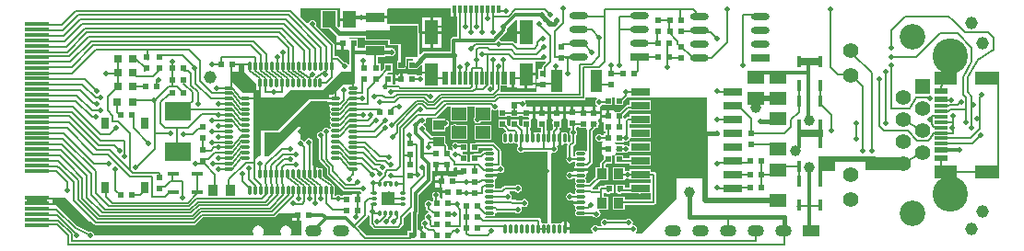
<source format=gtl>
G04*
G04 #@! TF.GenerationSoftware,Altium Limited,Altium Designer,18.1.7 (191)*
G04*
G04 Layer_Physical_Order=1*
G04 Layer_Color=255*
%FSLAX44Y44*%
%MOMM*%
G71*
G01*
G75*
%ADD10C,0.2000*%
%ADD12C,0.1500*%
%ADD15R,0.6000X0.6000*%
%ADD16R,0.3000X0.7000*%
%ADD17R,0.6000X0.6000*%
%ADD18R,1.1000X2.0000*%
%ADD19R,1.7000X0.6500*%
%ADD20O,1.7000X0.6500*%
%ADD21R,1.1500X0.6000*%
%ADD22R,1.1500X0.3000*%
%ADD23R,2.6000X1.7000*%
%ADD24R,1.7000X0.9000*%
%ADD25R,2.5000X0.9000*%
%ADD26R,0.4500X1.0000*%
%ADD27R,0.8000X0.8000*%
%ADD28R,1.0000X0.4500*%
%ADD29R,1.5000X1.2000*%
%ADD30R,0.9300X0.9800*%
%ADD31R,0.2800X0.2800*%
%ADD32O,0.2800X0.6600*%
%ADD33O,0.6600X0.2800*%
%ADD34R,1.2500X1.2500*%
%ADD35R,1.3000X1.5000*%
%ADD36R,1.5000X1.3000*%
%ADD37R,2.2500X0.3500*%
%ADD38R,0.6000X1.1500*%
%ADD39R,0.3000X1.1500*%
%ADD40R,0.7000X1.1000*%
G04:AMPARAMS|DCode=41|XSize=0.3mm|YSize=0.8mm|CornerRadius=0.075mm|HoleSize=0mm|Usage=FLASHONLY|Rotation=180.000|XOffset=0mm|YOffset=0mm|HoleType=Round|Shape=RoundedRectangle|*
%AMROUNDEDRECTD41*
21,1,0.3000,0.6500,0,0,180.0*
21,1,0.1500,0.8000,0,0,180.0*
1,1,0.1500,-0.0750,0.3250*
1,1,0.1500,0.0750,0.3250*
1,1,0.1500,0.0750,-0.3250*
1,1,0.1500,-0.0750,-0.3250*
%
%ADD41ROUNDEDRECTD41*%
G04:AMPARAMS|DCode=42|XSize=0.3mm|YSize=0.8mm|CornerRadius=0.075mm|HoleSize=0mm|Usage=FLASHONLY|Rotation=90.000|XOffset=0mm|YOffset=0mm|HoleType=Round|Shape=RoundedRectangle|*
%AMROUNDEDRECTD42*
21,1,0.3000,0.6500,0,0,90.0*
21,1,0.1500,0.8000,0,0,90.0*
1,1,0.1500,0.3250,0.0750*
1,1,0.1500,0.3250,-0.0750*
1,1,0.1500,-0.3250,-0.0750*
1,1,0.1500,-0.3250,0.0750*
%
%ADD42ROUNDEDRECTD42*%
%ADD43R,2.4000X1.7000*%
%ADD44R,0.9800X0.9300*%
%ADD45R,0.6000X0.2000*%
%ADD46R,1.4000X1.2000*%
%ADD47R,1.6700X0.7600*%
%ADD95C,0.3000*%
%ADD96C,0.4000*%
%ADD97C,0.5000*%
%ADD98R,4.6000X0.4000*%
%ADD99R,2.1000X0.8000*%
%ADD100R,1.6000X0.4000*%
%ADD101R,3.6000X0.4000*%
%ADD102R,1.5000X2.2000*%
%ADD103R,0.6000X0.8000*%
%ADD104R,0.4000X3.7000*%
%ADD105R,1.9000X0.6000*%
%ADD106R,1.6000X1.4000*%
%ADD107R,0.9000X1.4000*%
%ADD108R,5.3000X0.6000*%
%ADD109R,0.6000X0.4000*%
%ADD110R,0.4000X2.1000*%
%ADD111R,3.6000X1.3000*%
%ADD112R,2.2000X0.7000*%
%ADD113R,0.3000X1.7000*%
%ADD114O,1.5240X1.1000*%
%ADD115R,1.5000X1.1000*%
%ADD116O,1.5000X1.1000*%
%ADD117R,2.0000X1.2000*%
%ADD118R,2.3000X1.2000*%
%ADD119C,1.3980*%
%ADD120C,2.3550*%
%ADD121C,3.2500*%
%ADD122R,1.3980X1.3980*%
%ADD123C,1.1520*%
%ADD124R,1.2000X2.0000*%
%ADD125R,1.2000X2.3000*%
%ADD126C,0.5080*%
%ADD127C,1.0000*%
G36*
X459460Y493270D02*
X468500D01*
Y490730D01*
X459460D01*
Y485246D01*
X458287Y484760D01*
X457000Y486047D01*
Y500500D01*
X442000D01*
Y483500D01*
X449453D01*
X456213Y476741D01*
X456380Y475540D01*
X456380Y475540D01*
X456380Y475540D01*
Y471270D01*
X461920D01*
Y470000D01*
X463190D01*
Y464460D01*
X467460D01*
X468376Y463606D01*
Y451108D01*
X467106Y450723D01*
X466552Y451552D01*
X465381Y452335D01*
X464000Y452609D01*
X463996Y452609D01*
X458802Y457802D01*
X457976Y458355D01*
X457000Y458549D01*
X454549D01*
Y468000D01*
X454355Y468975D01*
X453802Y469802D01*
X437195Y486410D01*
X437335Y486619D01*
X437609Y488000D01*
X437335Y489381D01*
X436552Y490552D01*
X435381Y491335D01*
X434000Y491609D01*
X432619Y491335D01*
X431448Y490552D01*
X430665Y489381D01*
X430558Y488843D01*
X429180Y488425D01*
X423000Y494605D01*
Y502000D01*
X459460D01*
Y493270D01*
D02*
G37*
G36*
X621960Y490975D02*
Y481270D01*
X630500D01*
Y478730D01*
X621960D01*
Y470304D01*
X620787Y469818D01*
X619802Y470802D01*
X618975Y471355D01*
X618000Y471549D01*
X607554D01*
X607552Y471552D01*
X606426Y472304D01*
X606379Y472344D01*
X606026Y473700D01*
X612163Y479837D01*
X612163Y479837D01*
X612826Y480830D01*
X613059Y482000D01*
X613059Y482000D01*
Y483206D01*
X613335Y483619D01*
X613431Y484106D01*
X620787Y491461D01*
X621960Y490975D01*
D02*
G37*
G36*
X560960Y494960D02*
X563730D01*
Y501000D01*
X566270D01*
Y494960D01*
X567451D01*
Y476059D01*
X564000D01*
X562830Y475826D01*
X561837Y475163D01*
X561174Y474170D01*
X560941Y473000D01*
Y462569D01*
X538000D01*
X536634Y462297D01*
X535477Y461523D01*
X533797Y459844D01*
X532624Y460330D01*
Y479000D01*
X532148Y480148D01*
X532000Y480209D01*
Y487500D01*
X504310D01*
X504000Y487500D01*
X503040Y488248D01*
Y492730D01*
X492000D01*
Y495270D01*
X503040D01*
Y500730D01*
X503040Y501040D01*
X503788Y502000D01*
X560960D01*
Y494960D01*
D02*
G37*
G36*
X648738Y452888D02*
X648884Y452569D01*
X646198Y449882D01*
X645645Y449055D01*
X645451Y448080D01*
Y446080D01*
X642000D01*
Y438080D01*
X640987Y437460D01*
X640460D01*
Y433190D01*
X646000D01*
Y430650D01*
X640460D01*
Y426380D01*
X640460D01*
X640016Y425294D01*
X607112D01*
X606746Y426564D01*
X607119Y427122D01*
X607294Y428000D01*
Y430850D01*
X612760D01*
Y429310D01*
X617030D01*
Y437600D01*
X619570D01*
Y429310D01*
X621960D01*
Y428860D01*
X629230D01*
Y441400D01*
X630500D01*
Y442670D01*
X639040D01*
Y453451D01*
X646000D01*
X646348Y453520D01*
X647000Y453391D01*
X648136Y453617D01*
X648738Y452888D01*
D02*
G37*
G36*
X482500Y472500D02*
X504000D01*
Y468500D01*
X513351D01*
Y454000D01*
X511920D01*
Y446000D01*
X519920D01*
Y448190D01*
X520217Y448634D01*
X520489Y450000D01*
Y455376D01*
X526258D01*
X526937Y454106D01*
X526866Y454000D01*
X522080D01*
Y446000D01*
X530080D01*
Y446646D01*
X530366Y446703D01*
X531523Y447477D01*
X534287Y450240D01*
X535460Y449754D01*
Y440925D01*
X534190Y440373D01*
X533000Y440609D01*
X531619Y440335D01*
X531350Y440155D01*
X530080Y440834D01*
Y441000D01*
X522080D01*
X521460Y442013D01*
Y442540D01*
X517190D01*
Y437000D01*
X515920D01*
Y435730D01*
X510380D01*
Y432294D01*
X509011D01*
X508000Y432920D01*
Y440920D01*
X503210D01*
X502722Y442092D01*
X503702Y443080D01*
X508000D01*
Y451080D01*
X500000D01*
Y446587D01*
X498174Y444747D01*
X497000Y445231D01*
Y451080D01*
X494549D01*
Y457500D01*
X501500D01*
Y458376D01*
X508000D01*
X509148Y458852D01*
X509335Y459302D01*
X509552Y459448D01*
X510335Y460619D01*
X510609Y462000D01*
X510335Y463381D01*
X509552Y464552D01*
X509335Y464697D01*
X509148Y465148D01*
X508000Y465624D01*
X501500D01*
Y468500D01*
X482500D01*
Y465624D01*
X477194D01*
X476080Y466000D01*
Y474000D01*
X469347D01*
X468602Y475270D01*
X468693Y475431D01*
X482500D01*
Y472500D01*
D02*
G37*
G36*
X472000Y432000D02*
X462000Y432000D01*
X453000Y423000D01*
X450000Y423000D01*
X450000Y420000D01*
X407000Y420000D01*
X414000Y427000D01*
X444000D01*
X461000Y444000D01*
X472000D01*
Y432000D01*
D02*
G37*
G36*
X583000Y401882D02*
X582665Y401381D01*
X582391Y400000D01*
X582665Y398619D01*
X583000Y398118D01*
Y398000D01*
X583079D01*
X583448Y397448D01*
X584619Y396665D01*
X586000Y396391D01*
X587381Y396665D01*
X588552Y397448D01*
X588921Y398000D01*
X599000D01*
Y408220D01*
X600270Y408898D01*
X600619Y408665D01*
X602000Y408391D01*
X603381Y408665D01*
X603730Y408899D01*
X605000Y408220D01*
Y402080D01*
X613000D01*
Y403531D01*
X616000D01*
Y402080D01*
X624000D01*
Y403531D01*
X627000D01*
Y402080D01*
X632374D01*
X633136Y400810D01*
X632789Y400104D01*
X632196Y399920D01*
X627000D01*
Y394264D01*
X625827Y393778D01*
X624000Y395605D01*
Y399920D01*
X616000D01*
Y394264D01*
X614827Y393778D01*
X613000Y395605D01*
Y399920D01*
X605000D01*
Y391920D01*
X609475D01*
X612387Y389008D01*
X612379Y388937D01*
X611815Y387784D01*
X610750D01*
X610067Y387648D01*
X609488Y387262D01*
X609102Y386683D01*
X608966Y386000D01*
Y379500D01*
X609102Y378817D01*
X609488Y378238D01*
X610067Y377851D01*
X610750Y377716D01*
X612250D01*
X612933Y377851D01*
X613512Y378238D01*
X614488D01*
X615067Y377851D01*
X615750Y377716D01*
X617250D01*
X617933Y377851D01*
X618512Y378238D01*
X619488D01*
X620067Y377851D01*
X620750Y377716D01*
X622250D01*
X623451Y376787D01*
Y375554D01*
X623448Y375552D01*
X622665Y374381D01*
X622391Y373000D01*
X622665Y371619D01*
X623448Y370448D01*
X624619Y369665D01*
X626000Y369391D01*
X627381Y369665D01*
X628552Y370448D01*
X628554Y370451D01*
X650000D01*
Y368000D01*
Y310000D01*
Y304104D01*
X649488Y303762D01*
X648512D01*
X647933Y304148D01*
X647250Y304284D01*
X645750D01*
X644549Y305213D01*
Y307000D01*
X644355Y307975D01*
X643802Y308802D01*
X642975Y309355D01*
X642000Y309549D01*
X593121D01*
X593042Y309681D01*
X593762Y310951D01*
X597250D01*
X597324Y310966D01*
X600500D01*
X601183Y311101D01*
X601762Y311488D01*
X602149Y312067D01*
X602284Y312750D01*
Y313612D01*
X602460Y313858D01*
X603338Y314503D01*
X603520Y314546D01*
X604000Y314451D01*
X620446D01*
X620448Y314448D01*
X621619Y313665D01*
X623000Y313391D01*
X624381Y313665D01*
X625552Y314448D01*
X626335Y315619D01*
X626609Y317000D01*
X626335Y318381D01*
X626959Y319733D01*
X627335Y319855D01*
X627619Y319665D01*
X629000Y319391D01*
X630381Y319665D01*
X631552Y320448D01*
X632335Y321619D01*
X632609Y323000D01*
X632335Y324381D01*
X631552Y325552D01*
X630381Y326335D01*
X629000Y326609D01*
X627619Y326335D01*
X626523Y325602D01*
X617641Y325791D01*
X616972Y327076D01*
X617335Y327619D01*
X617609Y329000D01*
X617335Y330381D01*
X616552Y331552D01*
X615611Y332181D01*
X615762Y333299D01*
X615822Y333451D01*
X620446D01*
X620448Y333448D01*
X621619Y332665D01*
X623000Y332391D01*
X624381Y332665D01*
X625552Y333448D01*
X626335Y334619D01*
X626609Y336000D01*
X626335Y337381D01*
X625552Y338552D01*
X624381Y339335D01*
X623000Y339609D01*
X621619Y339335D01*
X620448Y338552D01*
X620446Y338549D01*
X611000D01*
X610025Y338355D01*
X609270Y337851D01*
D01*
X609198Y337802D01*
X607444Y336049D01*
X602996D01*
X602669Y336442D01*
X602199Y337319D01*
X602284Y337750D01*
Y339250D01*
X602149Y339933D01*
X601762Y340512D01*
Y341488D01*
X602149Y342067D01*
X602284Y342750D01*
Y344250D01*
X602155Y344899D01*
X602872Y345378D01*
X603599Y346466D01*
X603751Y347230D01*
X597250D01*
Y349770D01*
X603836D01*
X604731Y350951D01*
X605191D01*
X605619Y350665D01*
X607000Y350391D01*
X608381Y350665D01*
X609552Y351448D01*
X610335Y352619D01*
X610609Y354000D01*
X610335Y355381D01*
X609552Y356552D01*
X608381Y357335D01*
X607358Y357538D01*
X607549Y358500D01*
Y371000D01*
X607355Y371976D01*
X606802Y372802D01*
X601802Y377802D01*
X600975Y378355D01*
X600000Y378549D01*
X585000D01*
X584025Y378355D01*
X583493Y378000D01*
X579080D01*
Y370000D01*
X587080D01*
Y373451D01*
X598944D01*
X600091Y372304D01*
X599565Y371034D01*
X594000D01*
X593317Y370898D01*
X593161Y370794D01*
X591500D01*
X590622Y370619D01*
X589878Y370122D01*
X588050Y368294D01*
X583000D01*
X582122Y368119D01*
X581943Y368000D01*
X579080D01*
Y360549D01*
X576920D01*
Y368000D01*
X572804D01*
X572134Y368840D01*
X572640Y370000D01*
X576920D01*
Y378000D01*
X568920D01*
Y378000D01*
X567700Y378121D01*
X567381Y378335D01*
X566000Y378609D01*
X564619Y378335D01*
X563448Y377552D01*
X562665Y376381D01*
X562391Y375000D01*
X562665Y373619D01*
X563448Y372448D01*
X563355Y371141D01*
X563270Y371074D01*
X562000Y371689D01*
Y372080D01*
X558549D01*
Y375000D01*
X558355Y375975D01*
X557802Y376802D01*
X555900Y378705D01*
Y384950D01*
X544100D01*
X543072Y385533D01*
X538443Y390162D01*
X538609Y391000D01*
X538335Y392381D01*
X537552Y393552D01*
X536381Y394335D01*
X536291Y394353D01*
Y395647D01*
X536381Y395665D01*
X537552Y396448D01*
X538335Y397619D01*
X538609Y399000D01*
X538335Y400381D01*
X538298Y400436D01*
X538977Y401706D01*
X547000D01*
X547878Y401881D01*
X548622Y402378D01*
X557950Y411706D01*
X561000D01*
Y398000D01*
X577000D01*
Y411706D01*
X583000D01*
Y401882D01*
D02*
G37*
G36*
X449164Y415770D02*
X455750D01*
Y413230D01*
X449249D01*
X449401Y412466D01*
X450128Y411378D01*
X450845Y410899D01*
X450716Y410250D01*
Y408750D01*
X450852Y408067D01*
X451238Y407488D01*
Y406512D01*
X450852Y405933D01*
X450716Y405250D01*
Y403750D01*
X450852Y403067D01*
X451238Y402488D01*
Y401512D01*
X450852Y400933D01*
X450716Y400250D01*
Y398750D01*
X450852Y398067D01*
X451238Y397488D01*
Y396512D01*
X450852Y395933D01*
X450716Y395250D01*
Y393750D01*
X450852Y393067D01*
X451123Y392660D01*
X450914Y391870D01*
X450214Y391555D01*
X449584Y391505D01*
X449552Y391552D01*
X448381Y392335D01*
X447000Y392609D01*
X445619Y392335D01*
X444448Y391552D01*
X443665Y390381D01*
X443391Y389000D01*
X442181Y388573D01*
X442000Y388609D01*
X440619Y388335D01*
X439448Y387552D01*
X438665Y386381D01*
X438391Y385000D01*
X438665Y383619D01*
X439448Y382448D01*
X440619Y381665D01*
X440706Y381648D01*
Y363000D01*
X440881Y362122D01*
X441378Y361378D01*
X447706Y355050D01*
Y350000D01*
X447881Y349122D01*
X448378Y348378D01*
X462378Y334378D01*
X463122Y333881D01*
X464000Y333706D01*
X478275D01*
X478448Y333448D01*
X479402Y332810D01*
X479291Y331804D01*
X479191Y331540D01*
X477350D01*
Y326000D01*
X474810D01*
Y331540D01*
X470540D01*
Y331013D01*
X469920Y330000D01*
X461920D01*
Y329549D01*
X460554D01*
X460552Y329552D01*
X459381Y330335D01*
X458000Y330609D01*
X456619Y330335D01*
X455819Y329800D01*
X454638Y330283D01*
X454549Y330363D01*
Y334500D01*
X454534Y334574D01*
Y337750D01*
X454398Y338433D01*
X454263Y338636D01*
X454273Y338807D01*
X453983Y339654D01*
X453390Y340325D01*
X444034Y347453D01*
Y353500D01*
X443899Y354183D01*
X443512Y354762D01*
X442933Y355149D01*
X442250Y355284D01*
X440750D01*
X440101Y355155D01*
X439622Y355872D01*
X438534Y356599D01*
X437770Y356751D01*
Y350250D01*
X435230D01*
Y357058D01*
X434549Y357617D01*
Y378697D01*
X434609Y379000D01*
X434549Y379304D01*
Y380000D01*
X434355Y380975D01*
X433802Y381802D01*
X432975Y382355D01*
X432000Y382549D01*
X431652Y382480D01*
X431000Y382609D01*
X429619Y382335D01*
X428448Y381552D01*
X427665Y380381D01*
X427531Y379703D01*
X426975Y379554D01*
X426209Y379569D01*
X425552Y380552D01*
X424381Y381335D01*
X423000Y381609D01*
Y393000D01*
X421000D01*
X394000Y366000D01*
X390000Y366000D01*
Y388000D01*
X404000D01*
X423000Y407000D01*
Y407704D01*
X432247Y416951D01*
X448269D01*
X449164Y415770D01*
D02*
G37*
G36*
X679000Y391920D02*
X685749D01*
X686035Y391619D01*
X686580Y390650D01*
X686451Y390000D01*
Y371018D01*
X685608Y370659D01*
X685181Y370566D01*
X684683Y370898D01*
X684000Y371034D01*
X677500D01*
X676817Y370898D01*
X676238Y370512D01*
X675852Y369933D01*
X675716Y369250D01*
Y367750D01*
X675801Y367319D01*
X675331Y366442D01*
X675005Y366049D01*
X673549D01*
Y374944D01*
X675802Y377198D01*
X676355Y378024D01*
X676549Y379000D01*
Y385446D01*
X676552Y385448D01*
X677335Y386619D01*
X677609Y388000D01*
X677335Y389381D01*
X676552Y390552D01*
X676549Y390554D01*
Y392000D01*
X677000D01*
Y393371D01*
X679000D01*
Y391920D01*
D02*
G37*
G36*
X383000Y433000D02*
Y427000D01*
X387000D01*
Y420000D01*
Y419000D01*
X432000D01*
X403000Y390000D01*
X387000D01*
Y368000D01*
X380000Y362000D01*
Y419000D01*
X380000Y424000D01*
X371000Y424000D01*
X360000Y435000D01*
X360000Y444000D01*
X372000D01*
X383000Y433000D01*
D02*
G37*
G36*
X695329Y420000D02*
X695714Y418730D01*
X695448Y418552D01*
X694665Y417381D01*
X694391Y416000D01*
X694665Y414619D01*
X695448Y413448D01*
X696283Y412890D01*
X695898Y411620D01*
X694270D01*
Y407350D01*
X698540D01*
Y411203D01*
X698540Y411620D01*
X699179Y412625D01*
X699381Y412665D01*
X700552Y413448D01*
X700554Y413451D01*
X701920D01*
Y413000D01*
X709920D01*
Y420000D01*
X712080D01*
Y413000D01*
X715093D01*
X715540Y412911D01*
X715987Y413000D01*
X720080D01*
Y416395D01*
X723685Y420000D01*
X797000Y420000D01*
X797000Y345250D01*
X769000Y345250D01*
X769000Y327000D01*
X737000Y295000D01*
X731671D01*
X731286Y296270D01*
X731552Y296448D01*
X732335Y297619D01*
X732609Y299000D01*
X732335Y300381D01*
X731552Y301552D01*
X730381Y302335D01*
X729165Y302576D01*
X728704Y303156D01*
X728366Y303778D01*
X728609Y305000D01*
X728335Y306381D01*
X727552Y307552D01*
X726381Y308335D01*
X725000Y308609D01*
X723619Y308335D01*
X722448Y307552D01*
X722446Y307549D01*
X705554D01*
X705552Y307552D01*
X704381Y308335D01*
X703000Y308609D01*
X701619Y308335D01*
X700448Y307552D01*
X699665Y306381D01*
X699391Y305000D01*
X699665Y303619D01*
X700200Y302819D01*
X699717Y301638D01*
X699637Y301549D01*
X696554D01*
X696552Y301552D01*
X695381Y302335D01*
X694000Y302609D01*
X692619Y302335D01*
X691448Y301552D01*
X690665Y300381D01*
X690391Y299000D01*
X690665Y297619D01*
X691448Y296448D01*
X691714Y296270D01*
X691329Y295000D01*
X671407D01*
X670601Y295982D01*
X670604Y296000D01*
Y297980D01*
X666500D01*
Y299250D01*
X665230D01*
Y305751D01*
X664466Y305599D01*
X663378Y304872D01*
X662899Y304155D01*
X662250Y304284D01*
X660750D01*
X660067Y304148D01*
X659488Y303762D01*
X658512D01*
X657933Y304148D01*
X657250Y304284D01*
X655750D01*
X655270Y304189D01*
X654583Y304518D01*
X654000Y304963D01*
Y368668D01*
X655270Y369536D01*
X656000Y369391D01*
X657381Y369665D01*
X658552Y370448D01*
X659335Y371619D01*
X659609Y373000D01*
X659335Y374381D01*
X659049Y374809D01*
Y375269D01*
X660230Y376164D01*
Y382750D01*
X662770D01*
Y376249D01*
X663534Y376401D01*
X664622Y377128D01*
X665101Y377845D01*
X665750Y377716D01*
X667250D01*
X667668Y377799D01*
X668311Y377257D01*
X668608Y376790D01*
X668451Y376000D01*
Y365554D01*
X668448Y365552D01*
X667665Y364381D01*
X667391Y363000D01*
X667665Y361619D01*
X668448Y360448D01*
X669619Y359665D01*
X671000Y359391D01*
X672381Y359665D01*
X673552Y360448D01*
X673812Y360836D01*
X675069Y360873D01*
X675331Y360558D01*
X675801Y359681D01*
X675716Y359250D01*
Y357750D01*
X675845Y357101D01*
X675128Y356622D01*
X674401Y355534D01*
X674249Y354770D01*
X680750D01*
X687251D01*
X687244Y354804D01*
X687475Y356145D01*
X688302Y356698D01*
X690802Y359198D01*
X691355Y360025D01*
X691549Y361000D01*
Y388944D01*
X694525Y391920D01*
X697000D01*
Y394493D01*
X697355Y395025D01*
X697549Y396000D01*
X697355Y396976D01*
X697000Y397507D01*
X697000Y399920D01*
X698013Y400540D01*
X698540D01*
Y404810D01*
X693000D01*
Y406080D01*
X691730D01*
Y411620D01*
X688540D01*
Y411620D01*
X684270D01*
Y406080D01*
X681730D01*
Y411620D01*
X678540D01*
Y411700D01*
X674270D01*
Y406160D01*
X673000D01*
Y404890D01*
X667460D01*
Y400620D01*
X667987D01*
X669000Y400000D01*
X669000Y399350D01*
Y392000D01*
X671451D01*
Y390554D01*
X671448Y390552D01*
X670665Y389381D01*
X670391Y388000D01*
X670665Y386619D01*
X671448Y385448D01*
X671451Y385446D01*
Y380056D01*
X670189Y378793D01*
X669018Y379419D01*
X669034Y379500D01*
Y386000D01*
X668898Y386683D01*
X668512Y387262D01*
X667933Y387648D01*
X667250Y387784D01*
X665750D01*
X665101Y387655D01*
X664622Y388372D01*
X663534Y389099D01*
X662412Y389322D01*
X662173Y389481D01*
X661474Y390624D01*
X661549Y391000D01*
Y391920D01*
X663000D01*
Y399270D01*
X663000Y399920D01*
X664013Y400540D01*
X664540D01*
Y404810D01*
X653460D01*
Y400540D01*
X653987D01*
X655000Y399920D01*
X655000Y398507D01*
X654645Y397975D01*
X654451Y397000D01*
X654645Y396025D01*
X655000Y395493D01*
Y391920D01*
X655000D01*
X655385Y390990D01*
X654698Y390302D01*
X654145Y389476D01*
X652804Y389244D01*
X652770Y389251D01*
Y382750D01*
X650230D01*
Y389336D01*
X649049Y390231D01*
Y394500D01*
X649000Y394746D01*
X649000Y399920D01*
X650013Y400540D01*
X650540D01*
Y404810D01*
X639460D01*
Y400540D01*
X639987D01*
X641000Y399920D01*
X641000Y399270D01*
Y391920D01*
X643951D01*
Y388495D01*
X643558Y388169D01*
X642681Y387699D01*
X642250Y387784D01*
X640750D01*
X640101Y387655D01*
X639622Y388372D01*
X638534Y389099D01*
X637770Y389251D01*
Y382750D01*
X635230D01*
Y389336D01*
X634049Y390231D01*
Y391920D01*
X635000D01*
Y399920D01*
X636013Y400540D01*
X636540D01*
Y404810D01*
X631000D01*
Y407350D01*
X636540D01*
Y411620D01*
X631078D01*
X630388Y412890D01*
X630609Y414000D01*
X630335Y415381D01*
X629630Y416436D01*
X629764Y416988D01*
X630111Y417706D01*
X683000D01*
X683878Y417881D01*
X684622Y418378D01*
X685119Y419122D01*
X685294Y420000D01*
X695329D01*
D02*
G37*
G36*
X549270Y352380D02*
X552460D01*
Y352380D01*
X556730D01*
Y357920D01*
X559270D01*
Y352380D01*
X563540D01*
Y354558D01*
X564810Y355489D01*
X565000Y355451D01*
X567380D01*
Y353270D01*
X572920D01*
Y350730D01*
X567380D01*
Y348146D01*
X567080Y347000D01*
X566334Y347000D01*
X559080Y347000D01*
X558460Y348013D01*
Y348540D01*
X554190D01*
Y343000D01*
X552920D01*
Y341730D01*
X547380D01*
Y337460D01*
X553380D01*
Y334270D01*
X558920D01*
Y331730D01*
X553380D01*
Y328079D01*
X553057Y327323D01*
X552300Y327000D01*
X551780D01*
X551101Y328270D01*
X551335Y328619D01*
X551609Y330000D01*
X551335Y331381D01*
X550552Y332552D01*
X549381Y333335D01*
X548000Y333609D01*
X546619Y333335D01*
X545448Y332552D01*
X544665Y331381D01*
X544391Y330000D01*
X544665Y328619D01*
X544903Y328263D01*
X544920Y327000D01*
X544920Y327000D01*
Y324791D01*
X543650Y324406D01*
X543552Y324552D01*
X542381Y325335D01*
X541000Y325609D01*
X539619Y325335D01*
X538448Y324552D01*
X537665Y323381D01*
X537391Y322000D01*
X537665Y320619D01*
X538448Y319448D01*
X538706Y319275D01*
Y318000D01*
X538881Y317122D01*
X539378Y316378D01*
X540938Y314818D01*
X540458Y313501D01*
X539619Y313335D01*
X538448Y312552D01*
X537665Y311381D01*
X537391Y310000D01*
X537665Y308619D01*
X536952Y307401D01*
X536619Y307335D01*
X535448Y306552D01*
X534665Y305381D01*
X534391Y304000D01*
X534665Y302619D01*
X535448Y301448D01*
X535706Y301275D01*
Y301000D01*
X535881Y300122D01*
X536089Y299810D01*
X535520Y298540D01*
X531059D01*
Y312733D01*
X531163Y312837D01*
X531163Y312837D01*
X531826Y313829D01*
X532059Y315000D01*
X532059Y315000D01*
Y330733D01*
X543163Y341837D01*
X543163Y341837D01*
X543826Y342830D01*
X544059Y344000D01*
Y352380D01*
X546730D01*
Y357920D01*
X549270D01*
Y352380D01*
D02*
G37*
G36*
X524714Y314096D02*
X524941Y313901D01*
Y297000D01*
X521920D01*
Y293549D01*
X484056D01*
X476105Y301500D01*
X484802Y310198D01*
X485355Y311024D01*
X485436Y311432D01*
X486706Y311307D01*
Y304000D01*
X486881Y303122D01*
X487378Y302378D01*
X490378Y299378D01*
X491122Y298881D01*
X492000Y298706D01*
X492000Y298706D01*
X507000D01*
X507000Y298706D01*
X513000Y298706D01*
X513878Y298881D01*
X514622Y299378D01*
X517622Y302378D01*
X518119Y303122D01*
X518294Y304000D01*
Y309050D01*
X523746Y314502D01*
X524714Y314096D01*
D02*
G37*
G36*
X207000Y328000D02*
X229381Y305619D01*
X231095Y305693D01*
X233410Y303378D01*
X233411Y303378D01*
X234155Y302881D01*
X235033Y302706D01*
X235033Y302706D01*
X326000D01*
X326878Y302881D01*
X327622Y303378D01*
X333950Y309706D01*
X399000D01*
X399878Y309881D01*
X400622Y310378D01*
X403355Y313111D01*
X414463Y313589D01*
X414796Y313270D01*
X420920D01*
Y312000D01*
X422190D01*
Y306460D01*
X424000D01*
Y293000D01*
X414868D01*
X414189Y294270D01*
X414710Y295049D01*
X415098Y297000D01*
X414710Y298951D01*
X413605Y300605D01*
X411951Y301710D01*
X410000Y302098D01*
X408049Y301710D01*
X406395Y300605D01*
X405290Y298951D01*
X404902Y297000D01*
X405290Y295049D01*
X405811Y294270D01*
X405132Y293000D01*
X389468D01*
X388789Y294270D01*
X389310Y295049D01*
X389698Y297000D01*
X389310Y298951D01*
X388205Y300605D01*
X386551Y301710D01*
X384600Y302098D01*
X382649Y301710D01*
X380995Y300605D01*
X379890Y298951D01*
X379502Y297000D01*
X379890Y295049D01*
X380411Y294270D01*
X379732Y293000D01*
X233609Y293000D01*
X233609Y293000D01*
X233335Y294381D01*
X232552Y295552D01*
X231381Y296335D01*
X230000Y296609D01*
X228639Y296339D01*
X218355Y301876D01*
X216231Y303882D01*
X216364Y304240D01*
X216062Y304442D01*
X213251Y306749D01*
X211965Y308035D01*
X211965D01*
X199000Y321000D01*
X196000D01*
X196000Y328000D01*
X207000Y328000D01*
D02*
G37*
%LPC*%
G36*
X460650Y468730D02*
X456380D01*
Y464460D01*
X460650D01*
Y468730D01*
D02*
G37*
G36*
X552540Y494040D02*
X545270D01*
Y481270D01*
X552540D01*
Y494040D01*
D02*
G37*
G36*
X542730D02*
X535460D01*
Y481270D01*
X542730D01*
Y494040D01*
D02*
G37*
G36*
X552540Y478730D02*
X545270D01*
Y465960D01*
X552540D01*
Y478730D01*
D02*
G37*
G36*
X542730D02*
X535460D01*
Y465960D01*
X542730D01*
Y478730D01*
D02*
G37*
G36*
X639040Y440130D02*
X631770D01*
Y428860D01*
X639040D01*
Y440130D01*
D02*
G37*
G36*
X514650Y442540D02*
X510380D01*
Y438270D01*
X514650D01*
Y442540D01*
D02*
G37*
G36*
X555900Y400350D02*
X544100D01*
Y389050D01*
X555900D01*
Y392309D01*
X556000Y392391D01*
X557381Y392665D01*
X558552Y393448D01*
X559335Y394619D01*
X559609Y396000D01*
X559335Y397381D01*
X558552Y398552D01*
X557381Y399335D01*
X556000Y399609D01*
X555900Y399691D01*
Y400350D01*
D02*
G37*
G36*
X599000Y395000D02*
X583000D01*
Y381000D01*
X599000D01*
Y395000D01*
D02*
G37*
G36*
X565000Y395609D02*
X563619Y395335D01*
X563118Y395000D01*
X561000D01*
Y381000D01*
X577000D01*
Y395000D01*
X566882D01*
X566381Y395335D01*
X565000Y395609D01*
D02*
G37*
G36*
X671730Y411700D02*
X667460D01*
Y407430D01*
X671730D01*
Y411700D01*
D02*
G37*
G36*
X664540Y411620D02*
X660270D01*
Y407350D01*
X664540D01*
Y411620D01*
D02*
G37*
G36*
X657730D02*
X653460D01*
Y407350D01*
X657730D01*
Y411620D01*
D02*
G37*
G36*
X650540D02*
X646270D01*
Y407350D01*
X650540D01*
Y411620D01*
D02*
G37*
G36*
X643730D02*
X639460D01*
Y407350D01*
X643730D01*
Y411620D01*
D02*
G37*
G36*
X744700Y417550D02*
X726000D01*
Y413549D01*
X724000D01*
X723025Y413355D01*
X722198Y412802D01*
X716395Y407000D01*
X712080Y407000D01*
X711460Y408013D01*
Y408540D01*
X707190D01*
Y403000D01*
X705920D01*
Y401730D01*
X700380D01*
Y397460D01*
X700841D01*
X701920Y397000D01*
X701920Y396190D01*
Y389000D01*
X703371D01*
Y387000D01*
X701920D01*
Y385549D01*
X700554D01*
X700552Y385552D01*
X699381Y386335D01*
X698000Y386609D01*
X696619Y386335D01*
X695448Y385552D01*
X694665Y384381D01*
X694391Y383000D01*
X694665Y381619D01*
X695448Y380448D01*
X696619Y379665D01*
X698000Y379391D01*
X699381Y379665D01*
X700552Y380448D01*
X701319Y380018D01*
X701067Y378636D01*
X700841Y378540D01*
X700380D01*
Y374270D01*
X705920D01*
Y371730D01*
X700380D01*
Y367460D01*
X700841D01*
X701920Y367000D01*
X701920Y366190D01*
Y363605D01*
X699198Y360882D01*
X698645Y360055D01*
X698451Y359080D01*
Y355900D01*
X694650D01*
Y347255D01*
X688444Y341049D01*
X686496D01*
X686169Y341442D01*
X685699Y342319D01*
X685784Y342750D01*
Y344250D01*
X685648Y344933D01*
X685262Y345512D01*
Y346488D01*
X685648Y347067D01*
X685784Y347750D01*
Y349250D01*
X685655Y349899D01*
X686372Y350378D01*
X687099Y351466D01*
X687251Y352230D01*
X680750D01*
X674164D01*
X673269Y351049D01*
X672809D01*
X672381Y351335D01*
X671000Y351609D01*
X669619Y351335D01*
X668448Y350552D01*
X667665Y349381D01*
X667391Y348000D01*
X667665Y346619D01*
X668448Y345448D01*
X669619Y344665D01*
X671000Y344391D01*
X672381Y344665D01*
X673552Y345448D01*
X673812Y345836D01*
X675069Y345873D01*
X675331Y345558D01*
X675801Y344681D01*
X675716Y344250D01*
Y342750D01*
X675852Y342067D01*
X676238Y341488D01*
Y340512D01*
X675852Y339933D01*
X675716Y339250D01*
Y337750D01*
X675852Y337067D01*
X676238Y336488D01*
Y335512D01*
X675852Y334933D01*
X675716Y334250D01*
Y332750D01*
X675801Y332319D01*
X675331Y331442D01*
X675069Y331127D01*
X673812Y331164D01*
X673552Y331552D01*
X672381Y332335D01*
X671000Y332609D01*
X669619Y332335D01*
X668448Y331552D01*
X667665Y330381D01*
X667391Y329000D01*
X667665Y327619D01*
X668448Y326448D01*
X669619Y325665D01*
X671000Y325391D01*
X672381Y325665D01*
X672809Y325951D01*
X673269D01*
X674164Y324770D01*
X680750D01*
Y322230D01*
X674249D01*
X674401Y321466D01*
X675128Y320378D01*
X675845Y319899D01*
X675716Y319250D01*
Y317750D01*
X675852Y317067D01*
X676238Y316488D01*
X676238Y315511D01*
X675852Y314933D01*
X675716Y314250D01*
Y312750D01*
X675852Y312067D01*
X676238Y311488D01*
X676817Y311101D01*
X677500Y310966D01*
X680676D01*
X680750Y310951D01*
X692112D01*
X692448Y310448D01*
X693619Y309665D01*
X695000Y309391D01*
X696381Y309665D01*
X697552Y310448D01*
X698335Y311619D01*
X698371Y311799D01*
X698855Y312524D01*
X699049Y313500D01*
X698855Y314475D01*
X698303Y315302D01*
X697513Y315830D01*
X697490Y315930D01*
X697724Y317100D01*
X705950D01*
Y328900D01*
X701549D01*
Y333451D01*
X702920D01*
Y332000D01*
X704413D01*
X704945Y331645D01*
X705920Y331451D01*
X706895Y331645D01*
X707427Y332000D01*
X710920D01*
Y340000D01*
X702920D01*
Y338549D01*
X699000D01*
X698025Y338355D01*
X697198Y337802D01*
X696645Y336975D01*
X696451Y336000D01*
X696071Y335630D01*
X692074Y335740D01*
X692045Y335775D01*
X691627Y337022D01*
X698705Y344100D01*
X705950D01*
Y355900D01*
X703549D01*
Y358024D01*
X704525Y359000D01*
X709920D01*
X709920Y366454D01*
X711054Y367329D01*
X711084Y367327D01*
X711375Y367276D01*
X711487Y367252D01*
X711622Y367195D01*
X712018Y366548D01*
X712080Y366103D01*
X712080Y365872D01*
Y359000D01*
X720080D01*
Y359451D01*
X726000D01*
Y357150D01*
X744700D01*
Y366750D01*
X726000D01*
Y364549D01*
X720080D01*
Y367000D01*
X713135Y367000D01*
X712794Y367000D01*
X712527Y367045D01*
X712330Y367089D01*
X712255Y367121D01*
X712002Y367766D01*
X712613Y368801D01*
X712817Y369000D01*
X720080D01*
Y369000D01*
X721350Y369520D01*
X722000Y369391D01*
X723381Y369665D01*
X724552Y370448D01*
X724730Y370714D01*
X726000Y370329D01*
Y369850D01*
X744700D01*
Y379450D01*
X726000D01*
Y375671D01*
X724730Y375286D01*
X724552Y375552D01*
X723381Y376335D01*
X722000Y376609D01*
X721350Y376480D01*
X720080Y377000D01*
Y377000D01*
X720080Y377000D01*
X712817Y377000D01*
X712002Y378234D01*
X712255Y378879D01*
X712540Y379000D01*
X720080D01*
Y379000D01*
X721350Y379520D01*
X722000Y379391D01*
X723381Y379665D01*
X724552Y380448D01*
X725302Y381569D01*
X725348Y381635D01*
X726124Y382550D01*
X726815Y382550D01*
X744700D01*
Y392150D01*
X726819D01*
X726000Y392150D01*
X725549Y393233D01*
Y394167D01*
X726000Y395250D01*
X744700D01*
Y404850D01*
X726000D01*
Y402549D01*
X724000D01*
X723025Y402355D01*
X722198Y401802D01*
X721645Y400975D01*
X721616Y400828D01*
X721350Y400734D01*
X720080Y401633D01*
Y403475D01*
X724730Y408125D01*
X726000Y407950D01*
Y407950D01*
X744700D01*
Y417550D01*
D02*
G37*
G36*
X704650Y408540D02*
X700380D01*
Y404270D01*
X704650D01*
Y408540D01*
D02*
G37*
G36*
X721350Y355900D02*
X710050D01*
Y344100D01*
X721350D01*
Y344986D01*
X722619Y345665D01*
X724000Y345391D01*
X724730Y345536D01*
X726000Y344668D01*
Y344450D01*
X744700D01*
X745451Y343491D01*
Y342309D01*
X744700Y341350D01*
X744181Y341350D01*
X726000D01*
Y337549D01*
X721080D01*
Y340000D01*
X713080D01*
Y332000D01*
X714573D01*
X715105Y331645D01*
X716080Y331451D01*
X717056Y331645D01*
X717587Y332000D01*
X721080D01*
Y332451D01*
X726000D01*
Y331750D01*
X733868D01*
X734025Y331645D01*
X735000Y331451D01*
X735976Y331645D01*
X736133Y331750D01*
X744181D01*
X744700Y331750D01*
X745451Y330791D01*
Y326549D01*
X721350D01*
Y328900D01*
X710050D01*
Y317100D01*
X721350D01*
Y321451D01*
X748000D01*
X748000Y321451D01*
X748976Y321645D01*
X749802Y322197D01*
X750355Y323024D01*
X750549Y324000D01*
Y349000D01*
X750355Y349975D01*
X749802Y350802D01*
X748976Y351355D01*
X748000Y351549D01*
X744700D01*
Y354050D01*
X726000D01*
Y353332D01*
X724730Y352464D01*
X724000Y352609D01*
X722619Y352335D01*
X721350Y353014D01*
Y355900D01*
D02*
G37*
G36*
X667770Y305751D02*
Y300520D01*
X670604D01*
Y302500D01*
X670349Y303784D01*
X669622Y304872D01*
X668534Y305599D01*
X667770Y305751D01*
D02*
G37*
G36*
X551650Y348540D02*
X547380D01*
Y344270D01*
X551650D01*
Y348540D01*
D02*
G37*
G36*
X419650Y310730D02*
X415380D01*
Y306460D01*
X419650D01*
Y310730D01*
D02*
G37*
%LPD*%
D10*
X613000Y317000D02*
X622000D01*
X611500D02*
X613000D01*
X604000D02*
X611500D01*
X1047000Y391000D02*
Y420000D01*
X566000Y375000D02*
X573000D01*
X674000Y379000D02*
Y394000D01*
X671000Y328000D02*
X671500Y328500D01*
X657000Y397000D02*
X659000Y395000D01*
X656500Y373000D02*
Y382750D01*
X1040000Y392000D02*
Y421000D01*
X648000Y440000D02*
Y448080D01*
X488850Y331960D02*
X490000Y333110D01*
X815000Y471000D02*
Y502000D01*
X750000Y491000D02*
X761920D01*
Y480080D02*
X770000Y472000D01*
X761920Y480080D02*
Y481000D01*
X930000Y446000D02*
X934000Y442000D01*
X771040Y468040D02*
X772000Y469000D01*
X772920Y467080D02*
X782000Y458000D01*
X761920Y481000D02*
Y490920D01*
X709000Y441000D02*
X710000Y442000D01*
X669000Y456920D02*
X679920D01*
X657000Y457000D02*
X671000D01*
X929000Y441000D02*
X940000Y430000D01*
X543000Y382000D02*
X551000D01*
X574920Y319080D02*
Y321080D01*
X576000Y300000D02*
Y319080D01*
Y295000D02*
Y300000D01*
X556000Y370000D02*
X565000Y361000D01*
X492000Y447080D02*
Y461000D01*
X473000Y462000D02*
X498000D01*
X472000Y429500D02*
Y470000D01*
X361080Y451000D02*
X377000D01*
X360000Y449000D02*
X361080D01*
X177000Y397000D02*
X211000D01*
X357700Y335000D02*
Y344700D01*
X472000Y350000D02*
Y354000D01*
X483000Y291000D02*
X523920D01*
X472500Y301500D02*
X483000Y291000D01*
X536000Y294000D02*
X536080D01*
X505000Y328000D02*
X505786Y327214D01*
X432000Y350750D02*
Y380000D01*
X496000Y350000D02*
Y351000D01*
X493000Y354000D02*
X496000Y351000D01*
X510080Y412000D02*
X514000D01*
X1023000Y387000D02*
Y392000D01*
X506080Y408000D02*
X507080Y407000D01*
X506000Y405920D02*
X507000Y406920D01*
X505920D02*
X507000D01*
X506080Y408000D02*
X510080Y412000D01*
X605000Y500000D02*
X612000D01*
X1010000Y418500D02*
X1011995Y418400D01*
X1020000Y418000D01*
X609800Y437600D02*
Y454200D01*
X621000Y501000D02*
X648000D01*
X615000Y495000D02*
X621000Y501000D01*
X600000Y495000D02*
X615000D01*
X545000Y485000D02*
X565000D01*
Y500000D01*
X570000Y473000D02*
Y500000D01*
X580000Y465000D02*
X584000Y469000D01*
X605000D01*
X1003000Y396000D02*
Y403000D01*
X595000Y493000D02*
Y500000D01*
X550000Y460000D02*
X564000D01*
X600000Y480000D02*
Y495000D01*
Y499000D01*
X590000Y480000D02*
Y499000D01*
Y460000D02*
X595000D01*
X431500Y350250D02*
X432000Y350750D01*
X760920Y456920D02*
X772000D01*
X760080Y456080D02*
Y469920D01*
X716000Y495000D02*
X739000D01*
X664000Y469000D02*
X684000D01*
X659080Y435920D02*
X660000Y435000D01*
X658000Y435920D02*
X659080D01*
X658000Y433000D02*
Y435000D01*
X618000Y438030D02*
X627970D01*
X636000Y433000D02*
X658000D01*
X622000Y415000D02*
X627000D01*
X545030Y438030D02*
X557000D01*
X1054430Y351800D02*
X1060800D01*
X1015830Y351700D02*
X1054300D01*
X1055000Y351000D01*
X553000Y350000D02*
X572000D01*
X553000Y343000D02*
Y350000D01*
X530000Y349000D02*
Y377000D01*
X524000Y349000D02*
X530000D01*
X552000Y335000D02*
Y345000D01*
X479000Y494000D02*
X498000D01*
X481000Y450080D02*
X483000Y448080D01*
X438000Y415000D02*
X456000D01*
X350500Y449000D02*
X351000D01*
X350500D02*
Y457000D01*
X349500Y450000D02*
X350500Y449000D01*
X306000Y440000D02*
Y453000D01*
X329080Y391080D02*
X334000D01*
X315000Y424000D02*
Y425000D01*
X290000Y387000D02*
Y418000D01*
X405000Y382000D02*
X423000Y400000D01*
X403000Y384000D02*
X405000Y382000D01*
X476000Y316000D02*
Y333000D01*
X394000Y369000D02*
X395000Y370000D01*
X272000Y355000D02*
X290000Y373000D01*
X253000Y335000D02*
X258000Y330000D01*
X310000Y430000D02*
X315000Y425000D01*
X306000Y430000D02*
X310000D01*
X306000D02*
Y435000D01*
X302000Y430000D02*
X306000D01*
X290000Y418000D02*
X302000Y430000D01*
X305920Y436000D02*
Y440000D01*
Y433920D02*
Y436000D01*
X320000Y445000D02*
X323000Y442000D01*
X317080Y445000D02*
X320000D01*
X315000Y459000D02*
X326000Y448000D01*
X295920Y459000D02*
X315000D01*
X294000Y457080D02*
X295920Y459000D01*
X294000Y346080D02*
Y351000D01*
Y346000D02*
Y346080D01*
Y338000D02*
X299000D01*
X304000Y343000D01*
X178000Y392000D02*
X209000D01*
X287000Y329000D02*
X299000D01*
X287000D02*
Y347000D01*
X299000Y329000D02*
X303000Y333000D01*
X276000Y330000D02*
X280000Y334000D01*
X268080Y330000D02*
X276000D01*
X703000Y305000D02*
X725000D01*
X269000Y351000D02*
X294000D01*
X576000Y332000D02*
X590000D01*
X590000Y344000D02*
X598000D01*
X576000Y342000D02*
X588000D01*
X563000D02*
X576000D01*
X715540Y415460D02*
X722000Y421920D01*
X683000Y395920D02*
X684000D01*
X673080D02*
X683000D01*
X407000Y447500D02*
Y462000D01*
X474000Y312000D02*
X476080Y314080D01*
Y316000D01*
X595000Y293000D02*
X599000Y297000D01*
X578000Y293000D02*
X595000D01*
X576000Y295000D02*
X578000Y293000D01*
X611000Y299000D02*
Y302000D01*
X585000D02*
X611000D01*
X559000Y313000D02*
X565000D01*
X560000Y294000D02*
X560500Y293500D01*
X564000Y297000D02*
X567000D01*
X560500Y293500D02*
X564000Y297000D01*
X548000Y350000D02*
X553000D01*
X572000D02*
X573000Y351000D01*
X552000Y335000D02*
X554000Y333000D01*
X558920D01*
X535000Y390000D02*
X543000Y382000D01*
X541000Y379000D02*
X548000D01*
X541000Y374000D02*
Y379000D01*
X541000Y374000D02*
X541000Y374000D01*
X606500Y353500D02*
X607000Y354000D01*
X597250Y353500D02*
X606500D01*
X613000Y352000D02*
Y369000D01*
X608000Y347000D02*
X613000Y352000D01*
X606500Y348500D02*
X608000Y347000D01*
Y342000D02*
Y347000D01*
X602000Y380000D02*
X613000Y369000D01*
X535000Y312000D02*
Y330000D01*
X532000Y300000D02*
X536000Y296000D01*
X532000Y300000D02*
Y309000D01*
X535000Y312000D01*
Y330000D02*
X542000Y337000D01*
X597250Y328500D02*
X613500D01*
X641000Y299000D02*
Y299250D01*
X588000Y310000D02*
X591000Y307000D01*
X587000Y319000D02*
X592500Y313500D01*
X584000Y319000D02*
X587000D01*
X570000Y332000D02*
X576000D01*
X590000Y332000D02*
Y337000D01*
X590000Y332000D02*
X590000Y332000D01*
X588000Y342000D02*
X590000Y344000D01*
X548000Y357920D02*
Y359000D01*
Y350000D02*
Y357920D01*
Y349000D02*
Y350000D01*
X549000Y359000D02*
X556920D01*
X558000Y357920D01*
X566000Y368000D02*
X569000D01*
X572000Y365000D01*
X565000Y358000D02*
Y361000D01*
Y358000D02*
X583000D01*
X556000Y370000D02*
Y375000D01*
X583000Y358000D02*
X587000D01*
X583000D02*
X583080Y357920D01*
Y352000D02*
Y357920D01*
X591500Y353500D02*
X597250D01*
X587000Y358000D02*
X591500Y353500D01*
X585000Y376000D02*
X600000D01*
X551000Y380000D02*
X556000Y375000D01*
X542000Y337000D02*
X544000D01*
X535920Y368080D02*
X547920D01*
X699000Y391000D02*
Y403000D01*
Y406000D01*
X673000Y406160D02*
X693000D01*
X693080Y406000D02*
X699000D01*
X693000Y406080D02*
X693080Y406000D01*
X703920Y373000D02*
X705920Y375000D01*
X667000Y298000D02*
Y323000D01*
X666000Y406000D02*
X674000D01*
X619080Y406080D02*
X620000Y407000D01*
X652000Y382750D02*
Y406000D01*
X689000Y390000D02*
X695000Y396000D01*
X689000Y361000D02*
Y390000D01*
X686500Y358500D02*
X689000Y361000D01*
X698000Y373000D02*
X703920D01*
X693000D02*
X698000D01*
X668000Y406160D02*
X673000D01*
X693000Y373000D02*
Y385000D01*
X723000Y383000D02*
Y398000D01*
X680750Y313500D02*
X696500D01*
X705920Y334000D02*
Y336000D01*
X698150Y325150D02*
X698500Y325500D01*
X680750Y333500D02*
X699000Y333000D01*
X722000Y383000D02*
X723000D01*
X718080D02*
X722000D01*
X723000Y398000D02*
X724000Y399000D01*
X504000Y366000D02*
X505000Y365000D01*
X524000Y347920D02*
Y349000D01*
Y346920D02*
Y347920D01*
X306000Y343000D02*
Y349000D01*
X524000Y378080D02*
Y384000D01*
X523000Y385000D02*
X524000Y384000D01*
X432000Y448500D02*
Y459500D01*
X524000Y377000D02*
Y378080D01*
X485000Y399000D02*
X489000Y403000D01*
X487000Y394000D02*
X492500Y399500D01*
X463000Y418000D02*
Y424000D01*
X608500Y333500D02*
X611000Y336000D01*
X597250Y333500D02*
X608500D01*
X749300Y469700D02*
X750000Y469000D01*
X751000Y470000D02*
Y480920D01*
X735000Y469700D02*
X749300D01*
X761920Y490920D02*
X762000Y491000D01*
X771000Y468000D02*
X771040Y468040D01*
X800900Y456900D02*
X815000Y471000D01*
X790000Y456900D02*
X800900D01*
X770000Y469080D02*
Y472000D01*
X761000Y481000D02*
X761920D01*
X771040Y468040D02*
X772000Y467080D01*
X770000Y469080D02*
X771040Y468040D01*
X427000Y324162D02*
Y335000D01*
X422000Y327000D02*
Y336000D01*
X728000Y299000D02*
X728000Y299000D01*
X694000Y299000D02*
X728000D01*
X880000Y320000D02*
X891000D01*
X805450Y425450D02*
X820650D01*
X806000Y401000D02*
X806950Y400050D01*
X979000Y495000D02*
X1018211D01*
X978500D02*
X979000D01*
X966000Y482000D02*
X979000Y495000D01*
X966000Y466000D02*
Y482000D01*
X1018211Y495000D02*
X1022421Y491000D01*
X1011000Y479000D02*
X1027000D01*
X989000Y457000D02*
X1011000Y479000D01*
X966000Y457000D02*
X989000D01*
X966000Y410000D02*
Y450000D01*
X961000Y444000D02*
Y444000D01*
Y396000D02*
Y444000D01*
X961000Y444000D01*
X911000Y390000D02*
Y404000D01*
X901000Y414000D02*
X911000Y404000D01*
X820650Y360000D02*
X835000D01*
X807050Y359950D02*
X820650D01*
X934000Y382000D02*
Y396000D01*
X735000Y482400D02*
X740000D01*
X716000D02*
X735000D01*
X917000Y441000D02*
X927000D01*
X910000Y448000D02*
X917000Y441000D01*
X910000Y448000D02*
Y501000D01*
X750920Y457000D02*
X751000D01*
X740000D02*
X750920D01*
X730000Y442000D02*
X733080Y445080D01*
X760000Y470000D02*
X760080Y469920D01*
Y456080D02*
X760920Y456920D01*
X716000Y482400D02*
Y495000D01*
Y450000D02*
Y482400D01*
X684000Y469000D02*
X691000Y462000D01*
X669000Y442000D02*
Y456920D01*
X665000Y489000D02*
Y502000D01*
X657000Y481000D02*
X665000Y489000D01*
X657000Y457000D02*
Y481000D01*
X643000Y487000D02*
X653000Y477000D01*
Y453080D02*
Y477000D01*
X648000Y448080D02*
X653000Y453080D01*
X268000Y430000D02*
X280920D01*
X1035000Y409000D02*
Y420000D01*
Y407000D02*
Y409000D01*
X1035000D01*
X1020000D02*
X1035000D01*
X1018500Y407500D02*
X1020000Y409000D01*
X1012030Y407500D02*
X1018500D01*
X1035000Y407000D02*
X1035000Y407000D01*
X597250Y323500D02*
X605500D01*
X709000Y442080D02*
Y450000D01*
X710000Y442000D02*
X719920D01*
X733000Y457000D02*
X733080Y456920D01*
Y445080D02*
Y456920D01*
X830000Y450000D02*
Y496000D01*
X722000Y421920D02*
Y425000D01*
X698000Y416000D02*
X704000D01*
X736100Y411000D02*
X736350Y410750D01*
X724000Y411000D02*
X736100D01*
X716080Y403000D02*
Y403080D01*
Y393000D02*
Y403000D01*
Y403080D02*
X724000Y411000D01*
X705920Y385000D02*
Y393000D01*
X699000Y403000D02*
X703920D01*
X699000Y400080D02*
Y403000D01*
Y399000D02*
X699000Y403000D01*
X620000Y411000D02*
Y413000D01*
Y407000D02*
Y411000D01*
X698000Y383000D02*
X705000D01*
X693000Y385000D02*
X699000Y391000D01*
X632000Y437000D02*
X636000Y433000D01*
X667000Y456920D02*
X669000D01*
X619000Y456000D02*
X646000D01*
X647000Y457000D01*
X658000Y435920D02*
Y449000D01*
X658000D01*
X627000Y414000D02*
Y415000D01*
X641000Y468000D02*
Y471000D01*
X641000D02*
X644000Y474000D01*
X641000Y471000D02*
X641000D01*
X638000Y465000D02*
X641000Y468000D01*
X760080Y448080D02*
Y456080D01*
X760000Y456000D02*
X760080Y456080D01*
X772000Y467080D02*
X772920D01*
X679920Y456920D02*
X680000Y457000D01*
X830000Y496000D02*
X845000D01*
X863000Y357000D02*
X881000D01*
X861000Y349000D02*
X862000Y350000D01*
X847080Y349000D02*
X861000D01*
X847080Y337080D02*
Y348080D01*
Y349000D02*
Y362000D01*
Y348080D02*
Y349000D01*
X847000Y348000D02*
X847080Y348080D01*
X881000Y420000D02*
X881000D01*
X838000Y386000D02*
X839000Y387000D01*
X837000Y387080D02*
Y401000D01*
X825250Y412750D02*
X837000Y401000D01*
X820650Y412750D02*
X825250D01*
X837000Y386000D02*
Y387080D01*
X839000Y387000D02*
X868000D01*
X874000Y393000D01*
X837000Y377000D02*
X862000D01*
X881000Y407000D02*
Y417000D01*
Y407000D02*
X881000Y407000D01*
X874000Y400000D02*
X881000Y407000D01*
X874000Y393000D02*
Y400000D01*
X837000Y336920D02*
Y337000D01*
X806000Y336000D02*
X806550Y336550D01*
X881000Y347000D02*
Y356000D01*
Y347000D02*
X881000D01*
Y342000D02*
Y347000D01*
X847000Y337000D02*
X847080Y337080D01*
X699000Y336000D02*
X705920D01*
X699000Y326000D02*
Y336000D01*
X700000Y324000D02*
Y325000D01*
X698500Y325500D02*
X699000Y325000D01*
X689500Y338500D02*
X700000Y349000D01*
X680750Y338500D02*
X689500D01*
X698500Y325500D02*
X699000Y326000D01*
X701000Y350000D02*
Y359080D01*
X705920Y364000D01*
X684000Y457000D02*
X686000D01*
X648000Y501000D02*
X653000Y496000D01*
X501000Y392000D02*
Y392000D01*
X500000Y391000D02*
X501000Y392000D01*
X500000Y391000D02*
X500000D01*
X618000Y469000D02*
X622000Y465000D01*
X605000Y469000D02*
X618000D01*
X493000Y384000D02*
X500000Y391000D01*
X471500Y384000D02*
X493000D01*
X491000Y389000D02*
X501000Y399000D01*
X471500Y389000D02*
X491000D01*
X506080Y407000D02*
X507080D01*
X506000D02*
X506080D01*
X505920Y406920D02*
X506000Y407000D01*
X622000Y465000D02*
X638000D01*
X940000Y371000D02*
Y430000D01*
X815000Y310000D02*
X816400Y308600D01*
Y297000D02*
Y308600D01*
X418000Y322000D02*
X425000D01*
X427064Y324098D01*
X437000Y323000D02*
Y334500D01*
X535000Y390000D02*
Y391000D01*
X602500Y318500D02*
X604000Y317000D01*
X597250Y318500D02*
X602500D01*
X447000Y329000D02*
Y334500D01*
X447000Y329000D02*
X447000Y329000D01*
X447000Y323000D02*
Y329000D01*
Y323000D02*
X453000Y317000D01*
X467000D01*
X480000Y424000D02*
Y438000D01*
X480000Y424000D02*
X480000Y424000D01*
X471500Y424000D02*
X480000D01*
X481000Y450080D02*
Y454000D01*
X480000Y424000D02*
X480000Y424000D01*
X480000Y438000D02*
X482000D01*
X1064000Y355000D02*
Y436000D01*
X1060800Y351800D02*
X1064000Y355000D01*
X1056000Y436000D02*
X1064000D01*
X1054430Y351700D02*
Y351800D01*
X595000Y460000D02*
X615000D01*
X619000Y456000D01*
X604800Y447800D02*
X605000Y448000D01*
X604800Y437600D02*
Y447800D01*
X595000Y441000D02*
Y460000D01*
X564500Y438000D02*
Y459000D01*
X1012030Y426000D02*
X1013000Y435000D01*
X1047000Y420000D02*
X1049000Y422000D01*
X1036000Y425000D02*
X1040000Y421000D01*
X1036000Y425000D02*
Y438750D01*
X1046000Y455000D01*
X1032000Y423000D02*
X1035000Y420000D01*
X1032000Y423000D02*
Y439000D01*
X1048000Y385000D02*
Y386000D01*
X1040500Y377500D02*
X1048000Y385000D01*
X1012030Y377500D02*
X1040500D01*
X1035000Y397000D02*
Y407000D01*
X1027000Y479000D02*
X1040000Y466000D01*
X1022421Y491000D02*
X1034000Y480000D01*
X1035000Y407000D02*
X1035000D01*
X1012000Y352000D02*
X1012030Y364000D01*
X1005000Y387000D02*
X1008000D01*
X1002000Y382000D02*
X1005000Y387000D01*
X1000000Y380000D02*
X1002000Y382000D01*
X1038500Y382500D02*
X1047000Y391000D01*
X1012030Y382500D02*
X1038500D01*
X1027157Y412974D02*
X1030000Y416000D01*
X1012030Y412500D02*
X1027157Y412974D01*
X1004000Y394000D02*
X1007000Y392000D01*
X1003000Y396000D02*
X1004000Y394000D01*
X1003000Y403000D02*
X1008000D01*
X1023000Y403000D02*
X1023000Y397000D01*
Y393000D02*
Y397000D01*
X1012000Y397500D02*
X1023000Y397000D01*
X1012030Y387500D02*
X1023000Y387000D01*
X1060000Y464000D02*
Y475000D01*
X1046000Y455000D02*
X1060000Y464000D01*
X1032000Y439000D02*
X1040000Y453000D01*
Y466000D01*
X1034000Y480000D02*
X1055000D01*
X1060000Y475000D01*
X959000Y390000D02*
X981000D01*
X955000Y394000D02*
X959000Y390000D01*
X955000Y394000D02*
Y437000D01*
X948000Y421000D02*
Y443000D01*
Y406000D02*
Y421000D01*
X948000Y421000D01*
X966000Y410000D02*
X983000D01*
X989000Y420000D01*
X1001000D01*
X981000Y390000D02*
X990000Y380000D01*
X1000000D01*
X977000Y359200D02*
X994000Y369000D01*
X977000Y400000D02*
X994000Y390000D01*
X483000Y312000D02*
Y324000D01*
X472500Y301500D02*
X483000Y312000D01*
X930000Y461000D02*
X948000Y443000D01*
Y371000D02*
Y406000D01*
X948000Y406000D01*
X901000Y414000D02*
Y416000D01*
X795000Y387000D02*
X795000Y387000D01*
X794000Y387000D02*
X795000D01*
X806000Y387000D02*
Y387000D01*
X891000Y320000D02*
X900000D01*
X687500Y318500D02*
X690000Y321000D01*
X680750Y318500D02*
X687500D01*
X680750Y358500D02*
X686500D01*
X673000Y396000D02*
X673080Y395920D01*
X377000Y334500D02*
Y336000D01*
X370000Y343000D02*
X377000Y336000D01*
X370000Y343000D02*
Y350000D01*
X386000Y368000D02*
Y419500D01*
X382000Y364000D02*
X386000Y368000D01*
X381000Y363000D02*
X382000Y364000D01*
X381000Y360000D02*
Y363000D01*
Y346000D02*
Y360000D01*
X373000D02*
X381000D01*
Y346000D02*
X387000Y340000D01*
X376000Y345000D02*
Y353000D01*
Y345000D02*
X382000Y339000D01*
X357700Y344700D02*
X373000Y360000D01*
X245000Y442000D02*
X254000D01*
X346000Y429000D02*
X357080D01*
X267000Y347000D02*
X287000D01*
X342000Y338000D02*
X345000D01*
X327000Y359000D02*
X334000D01*
X345000Y338000D02*
Y349000D01*
X334920Y359080D02*
X345000Y349000D01*
X334920Y359000D02*
Y359080D01*
X339000Y363000D02*
X345000Y369000D01*
X336000Y363000D02*
X339000D01*
X335000Y362000D02*
X336000Y363000D01*
X386000Y359000D02*
X386500Y358500D01*
Y350250D02*
Y358500D01*
X382000Y334500D02*
Y339000D01*
X382000Y364000D02*
Y366000D01*
X387000Y335500D02*
Y340000D01*
Y334500D02*
Y335500D01*
X525000Y377000D02*
X530000D01*
X483000Y324000D02*
X485960Y326960D01*
X488850D01*
X517250Y322214D02*
X519150D01*
X504786D02*
X517250D01*
X504000Y323000D02*
X504786Y322214D01*
X505786Y327214D02*
X517250D01*
X490000Y341000D02*
X496000D01*
X490000Y333110D02*
Y341000D01*
X462000Y333000D02*
X476000D01*
X458000Y327000D02*
X465000D01*
X432000Y328000D02*
Y330000D01*
Y327000D02*
Y328000D01*
X431936Y328064D02*
X432000Y328000D01*
X431936Y328064D02*
Y333936D01*
X253000Y335000D02*
Y354000D01*
X234000Y359000D02*
X247000D01*
X206000Y387000D02*
X234000Y359000D01*
X290000Y373000D02*
Y387000D01*
X290000Y373000D02*
X290000D01*
X256000Y398000D02*
X267000Y387000D01*
Y354000D02*
Y387000D01*
X266000Y354000D02*
X267000D01*
X248000Y372000D02*
X266000Y354000D01*
X269000Y351000D01*
X246000Y368000D02*
X267000Y347000D01*
X233000Y368000D02*
X246000D01*
X209000Y392000D02*
X233000Y368000D01*
X236000Y372000D02*
X248000D01*
X211000Y397000D02*
X236000Y372000D01*
X238000Y376000D02*
X252000D01*
X238000Y376000D02*
X238000Y376000D01*
X211000Y403000D02*
X238000Y376000D01*
X252000Y376000D02*
X257000Y371000D01*
X262000Y366000D02*
Y380000D01*
X240000D02*
X262000D01*
X213000Y407000D02*
X240000Y380000D01*
X270000Y392000D02*
Y404000D01*
Y392000D02*
X284000Y378000D01*
X334000Y371000D02*
X341000D01*
X332000D02*
X334000D01*
X290000Y387000D02*
X304000D01*
X334000Y359920D02*
X334920Y359000D01*
X442000Y327000D02*
Y332000D01*
X437000Y334500D02*
X437500Y335000D01*
X422000Y336000D02*
X422000Y336000D01*
X431936Y333936D02*
X432000Y334000D01*
Y330000D02*
X432000Y330000D01*
X246000Y421000D02*
X253000Y428000D01*
X246000Y408000D02*
X251000Y403000D01*
Y398000D02*
Y403000D01*
Y398000D02*
X256000D01*
X288000Y440000D02*
X296000Y448000D01*
X275000Y440000D02*
X288000D01*
X272300D02*
X275000D01*
X269300Y443000D02*
X272300Y440000D01*
X280000Y445000D02*
Y448000D01*
X272000Y456000D02*
X280000Y448000D01*
X269300Y456000D02*
X272000D01*
X527080Y450000D02*
X529000D01*
X539000Y443000D02*
X540000Y444000D01*
X517000Y443000D02*
X539000D01*
X515920Y441920D02*
X517000Y443000D01*
X515920Y437000D02*
Y441920D01*
X527080Y437000D02*
X533000D01*
X507000Y406920D02*
X507080Y407000D01*
X255300Y443000D02*
Y455200D01*
Y430000D02*
Y443000D01*
X255000Y455500D02*
X255300Y455200D01*
X246000Y408000D02*
Y421000D01*
X423000Y400000D02*
Y400000D01*
X438000Y415000D01*
X632000Y483000D02*
X632920Y483920D01*
X627970Y438030D02*
X629000Y437000D01*
X617000Y433000D02*
X619000Y435000D01*
X570000Y438530D02*
Y448000D01*
X806000Y387000D02*
X806500Y386500D01*
X881000Y417000D02*
X881000Y417000D01*
X836920Y337000D02*
X837000D01*
X827000D02*
X836920D01*
X248000Y386000D02*
X253000Y391000D01*
X248000Y386000D02*
Y386000D01*
X240000Y386000D02*
X248000D01*
X214000Y412000D02*
X240000Y386000D01*
X270000Y418000D02*
X289000D01*
X255000Y407000D02*
X258000Y404000D01*
X255000Y407000D02*
Y416000D01*
X233000Y415000D02*
X236000D01*
X316000Y408000D02*
X321000Y413000D01*
X218000Y422000D02*
X232000Y408000D01*
X189000Y422000D02*
X218000D01*
X232000Y408000D02*
X240000D01*
X241000Y409000D01*
X223000Y432000D02*
X235000Y420000D01*
X240000D01*
X291080Y435080D02*
X292000Y436000D01*
X291080Y430000D02*
Y435080D01*
X342000Y424000D02*
X358500D01*
X283000Y456000D02*
X284000Y455000D01*
X235000Y464000D02*
X283000D01*
X213000Y442000D02*
X235000Y464000D01*
X187000Y442000D02*
X213000D01*
X233000Y468000D02*
X378000D01*
X213000Y448000D02*
X233000Y468000D01*
X189000Y448000D02*
X213000D01*
X231000Y472000D02*
X380000D01*
X212000Y453000D02*
X231000Y472000D01*
X189000Y453000D02*
X212000D01*
X412000Y447500D02*
Y458839D01*
X229000Y476000D02*
X402000D01*
X211000Y458000D02*
X229000Y476000D01*
X190000Y458000D02*
X211000D01*
X417000Y447500D02*
Y467000D01*
X227000Y480000D02*
X404000D01*
X209000Y462000D02*
X227000Y480000D01*
X190000Y462000D02*
X209000D01*
X225000Y484000D02*
X406000D01*
X208000Y467000D02*
X225000Y484000D01*
X190000Y467000D02*
X208000D01*
X223000Y488000D02*
X408000D01*
X207000Y472000D02*
X223000Y488000D01*
X191000Y472000D02*
X207000D01*
X221000Y492000D02*
X410000D01*
X206000Y477000D02*
X221000Y492000D01*
X191000Y477000D02*
X206000D01*
X219000Y496000D02*
X412000D01*
X205000Y482000D02*
X219000Y496000D01*
X191000Y482000D02*
X205000D01*
X217000Y500000D02*
X414000D01*
X204000Y487000D02*
X217000Y500000D01*
X191000Y487000D02*
X204000D01*
X283000Y464000D02*
X321000D01*
X283000Y456000D02*
Y464000D01*
X305920Y440000D02*
Y444000D01*
Y440000D02*
X306000D01*
X321000Y464000D02*
X331000Y454000D01*
Y435000D02*
Y454000D01*
X304000Y387000D02*
X305000D01*
X316000Y386000D02*
X324000D01*
X329080Y391080D01*
X299000Y392000D02*
X320000D01*
X295000Y396000D02*
X299000Y392000D01*
X310000Y378000D02*
Y391000D01*
X333000Y405000D02*
X347000D01*
X320000Y392000D02*
X333000Y405000D01*
X320000Y413000D02*
X324000Y417000D01*
Y425000D01*
X316080Y432920D02*
X324000Y425000D01*
X316080Y432920D02*
Y433000D01*
X295000Y416000D02*
X302000Y423000D01*
X295000Y396000D02*
Y416000D01*
X302000Y423000D02*
X305920D01*
X329000Y414000D02*
Y425000D01*
X323000Y431000D02*
X329000Y425000D01*
X323000Y431000D02*
Y442000D01*
X327000Y433000D02*
Y446000D01*
X326000Y447000D02*
X327000Y446000D01*
X341000Y419000D02*
X357080D01*
X327000Y433000D02*
X341000Y419000D01*
X331000Y435000D02*
X342000Y424000D01*
X459500Y414500D02*
X463000Y418000D01*
X455750Y414500D02*
X459500D01*
X394000Y384000D02*
X403000D01*
X394000Y371000D02*
Y384000D01*
Y369000D02*
Y371000D01*
X403000Y384000D02*
X405000D01*
X394000Y371000D02*
X395000Y370000D01*
X605500Y323500D02*
X629000Y323000D01*
X611000Y336000D02*
X623000D01*
X472000Y349000D02*
Y350000D01*
X471500Y349500D02*
Y354000D01*
Y349000D02*
Y349500D01*
X472000Y350000D01*
X468000Y346000D02*
X471500Y349500D01*
X468000Y345000D02*
Y346000D01*
X496000Y366000D02*
X504000D01*
X505500Y356500D02*
Y357500D01*
X501000Y362000D02*
X505500Y357500D01*
X494000Y362000D02*
X501000D01*
X497000Y358000D02*
X498000Y357000D01*
X492000Y358000D02*
X497000D01*
X490000Y354000D02*
X493000D01*
X483000Y379000D02*
X496000Y366000D01*
X482000Y374000D02*
X494000Y362000D01*
X481000Y369000D02*
X492000Y358000D01*
X407000Y368000D02*
X419000D01*
X396500Y357500D02*
X407000Y368000D01*
X396500Y350250D02*
Y357500D01*
X406000Y373000D02*
X414000D01*
X391500Y358500D02*
X406000Y373000D01*
X391500Y350250D02*
Y358500D01*
X409000Y358000D02*
X419000D01*
X414000Y363000D02*
X415000Y362000D01*
X471500Y399000D02*
X485000D01*
X492500Y399500D02*
X493000Y399000D01*
X471500Y394000D02*
X487000D01*
X493000Y399000D02*
X494000D01*
X408000Y363000D02*
X414000D01*
X401500Y356500D02*
X408000Y363000D01*
X401500Y350250D02*
Y356500D01*
X471500Y379000D02*
X483000D01*
X481000Y374000D02*
X482000D01*
X481000Y374000D02*
X481000Y374000D01*
X479000Y359000D02*
X489000Y349000D01*
X480000Y364000D02*
X490000Y354000D01*
X471500Y369000D02*
X481000D01*
X471500Y364000D02*
X480000D01*
X471500Y359000D02*
X479000D01*
X452000Y327000D02*
X458000D01*
X406500Y355500D02*
X409000Y358000D01*
X406500Y350250D02*
Y355500D01*
X471500Y404000D02*
X481000D01*
X479000Y374000D02*
X481000D01*
X472500D02*
X479000D01*
X881000Y420000D02*
Y429000D01*
Y417000D02*
Y420000D01*
X881000D02*
Y423000D01*
X881000Y343000D02*
Y347000D01*
X847080Y337000D02*
Y337080D01*
X825500Y349000D02*
X835920D01*
X847000Y337000D02*
X847080D01*
X722000Y349000D02*
X748000D01*
X717000Y324000D02*
X737000D01*
X716080Y349000D02*
X724000D01*
Y349000D02*
Y349000D01*
X820650Y359950D02*
Y360000D01*
X492900Y437221D02*
X494992Y437920D01*
X492000Y436920D02*
X492900Y437221D01*
X491000Y434000D02*
Y436000D01*
X485000Y428000D02*
X491000Y434000D01*
X494992Y437920D02*
X504000Y447000D01*
X485000Y414000D02*
Y428000D01*
X377000Y451000D02*
Y452000D01*
Y448500D02*
Y451000D01*
X469500Y399000D02*
X471500D01*
X382000Y457000D02*
X382000Y457000D01*
X350500Y457000D02*
X382000D01*
X342000Y451000D02*
X349500D01*
X360000Y430000D02*
Y449000D01*
X491000Y436000D02*
X492000Y437000D01*
X497000Y463000D02*
X498000Y462000D01*
X507000D01*
X471500Y409000D02*
X497000D01*
X544000Y436000D02*
Y437000D01*
X545000Y438000D02*
X545030Y438030D01*
X542000Y448000D02*
X543000Y449000D01*
X471000Y495000D02*
X473000Y497000D01*
Y494000D02*
X479000D01*
X499000Y476000D02*
X511000D01*
X462000Y462000D02*
Y469000D01*
X472000Y470000D02*
X472080D01*
X434000Y486000D02*
Y488000D01*
Y486000D02*
X452000Y468000D01*
Y456000D02*
Y468000D01*
Y327000D02*
Y334500D01*
X471500Y414000D02*
X485000D01*
X471000Y494000D02*
Y495000D01*
X457000Y456000D02*
X463000Y450000D01*
X452000Y456000D02*
X457000D01*
X187000Y327000D02*
X202033D01*
X187000Y322000D02*
X202033D01*
X232000Y402000D02*
X235000D01*
X217000Y417000D02*
X232000Y402000D01*
X191000Y417000D02*
X217000D01*
X221000Y427000D02*
X233000Y415000D01*
X190000Y427000D02*
X221000D01*
X191000Y432000D02*
X223000D01*
X225000Y437000D02*
X235000Y427000D01*
X192000Y437000D02*
X225000D01*
X315000Y414000D02*
X315080Y414080D01*
X357080Y414000D02*
X359500D01*
X348000D02*
X357080D01*
X347000D02*
X348000D01*
X311000Y413000D02*
X313000Y415000D01*
X399000Y425000D02*
X406500D01*
X391500D02*
X399000D01*
X406500D02*
Y432000D01*
X391500Y425000D02*
Y433750D01*
X190000Y403000D02*
X211000D01*
X447000Y450000D02*
Y467000D01*
X414000Y500000D02*
X447000Y467000D01*
X442000Y457000D02*
Y466000D01*
X412000Y496000D02*
X442000Y466000D01*
X437000Y448500D02*
Y465000D01*
X410000Y492000D02*
X437000Y465000D01*
X432000Y459500D02*
Y464000D01*
X408000Y488000D02*
X432000Y464000D01*
X427000Y448500D02*
Y463000D01*
X406000Y484000D02*
X427000Y463000D01*
X404000Y480000D02*
X417000Y467000D01*
X412064Y458902D02*
Y465936D01*
X402000Y476000D02*
X412064Y465936D01*
X442000Y448500D02*
Y457000D01*
Y447500D02*
Y448500D01*
X437000Y447500D02*
Y448500D01*
X432000Y447500D02*
Y448500D01*
X427000Y447500D02*
Y448500D01*
X347000Y405000D02*
X348000Y404000D01*
X357080Y359000D02*
X359500D01*
X343000D02*
X357080D01*
X342000D02*
X343000D01*
X357080Y364000D02*
X359500D01*
X348000D02*
X357080D01*
X347000D02*
X348000D01*
X469500Y369000D02*
X471500D01*
X468500Y359000D02*
X471500D01*
X468500Y379000D02*
X471500D01*
X190000Y387000D02*
X206000D01*
X386000Y419500D02*
X454500D01*
X372250D02*
X386000D01*
Y420000D01*
X334000Y359920D02*
Y360000D01*
X357080Y354000D02*
X358500D01*
X348000D02*
X357080D01*
X347000D02*
X348000D01*
X334000Y371000D02*
Y380920D01*
Y370080D02*
Y371000D01*
Y370000D02*
Y370080D01*
X321000Y409000D02*
Y413000D01*
X357080Y409000D02*
X358000D01*
X321000D02*
X357080D01*
Y394000D02*
X359500D01*
X348000D02*
X357080D01*
X347000D02*
X348000D01*
X357080Y389000D02*
X358500D01*
X342000D02*
X357080D01*
Y384000D02*
X359500D01*
X348000D02*
X357080D01*
X347000D02*
X348000D01*
X357080Y379000D02*
X359500D01*
X342000D02*
X357080D01*
X341000D02*
X342000D01*
X345000Y369000D02*
X357080D01*
X358500D01*
X357080Y424000D02*
X358500D01*
X351000D02*
X357080D01*
Y404000D02*
X358500D01*
X348000D02*
X357080D01*
X344000Y374000D02*
X348000D01*
X341000Y371000D02*
X344000Y374000D01*
X348000Y374000D02*
X357080D01*
X346000D02*
X348000D01*
X452000Y448500D02*
Y456000D01*
Y447500D02*
Y448500D01*
X469000Y404000D02*
X471500D01*
X402000Y448500D02*
Y457000D01*
Y446500D02*
Y448500D01*
X407000Y447500D02*
X407000Y447500D01*
X470500Y394000D02*
X471500D01*
X470500Y384000D02*
X471500D01*
Y419000D02*
X480000D01*
X470500Y389000D02*
X471500D01*
X386500Y420000D02*
X386500Y420000D01*
Y433750D01*
X454500Y419500D02*
X454500Y419500D01*
X382000Y448500D02*
Y457000D01*
X358500Y429000D02*
X358807D01*
X377000Y447500D02*
Y448500D01*
X357080Y374000D02*
X358500D01*
X387000Y445500D02*
X387000Y448500D01*
X470500Y364000D02*
X471500D01*
X387000Y448500D02*
Y459000D01*
X342000Y399000D02*
X357000D01*
X392000Y450000D02*
Y460000D01*
X380000Y472000D02*
X392000Y460000D01*
X378000Y468000D02*
X387000Y459000D01*
X479000Y374000D02*
X479000Y374000D01*
X348000D02*
X348000Y374000D01*
X192000Y412000D02*
X214000D01*
X209000Y335000D02*
Y342000D01*
X199000Y352000D02*
X209000Y342000D01*
X188000Y352000D02*
X199000D01*
X235000Y401000D02*
Y402000D01*
X191000Y407000D02*
X213000D01*
X280000Y393000D02*
X280500Y392500D01*
X427000Y324162D02*
X427064Y324098D01*
X358500Y424000D02*
X358500Y424000D01*
X412000Y458839D02*
X412064Y458902D01*
X442000Y457000D02*
X442000Y457000D01*
X432000Y459500D02*
X432000Y459500D01*
X317000Y371000D02*
X317080D01*
X387000Y335500D02*
X387000Y335500D01*
X600000Y376000D02*
X605000Y371000D01*
Y358500D02*
Y371000D01*
X597250Y358500D02*
X605000D01*
X602000Y380000D02*
Y402000D01*
X592500Y313500D02*
X597250D01*
X591000Y307000D02*
X642000D01*
Y300000D02*
Y307000D01*
X646500Y299250D02*
X651500D01*
X641500D02*
X646500D01*
X641000D02*
X641500D01*
X619080Y406080D02*
X620000D01*
X609000D02*
X619080D01*
X619000Y406000D02*
X619080Y406080D01*
X632000Y483000D02*
Y483080D01*
X977000Y359200D02*
X979200D01*
X973000D02*
X977000D01*
X990000Y370000D02*
X991000D01*
X806550Y336550D02*
X820650D01*
X807000Y360000D02*
X807050Y359950D01*
X806950Y400050D02*
X820650D01*
X805000Y425000D02*
X805450Y425450D01*
X901000Y417000D02*
Y431000D01*
X950000Y359000D02*
X975000D01*
X901000Y341000D02*
Y343000D01*
Y381000D02*
Y394000D01*
Y431000D02*
Y432000D01*
X900000Y433000D02*
X901000Y432000D01*
X900000Y321000D02*
X900000Y321000D01*
X901000Y343000D02*
Y357000D01*
Y343000D02*
X901000Y343000D01*
X722000Y425000D02*
X732000D01*
X723000Y349000D02*
X724000D01*
X735000Y334000D02*
X738000Y337000D01*
X716080Y335000D02*
X735000D01*
X716080Y334000D02*
Y336000D01*
X735080Y324000D02*
X748000D01*
X575000Y443000D02*
X577000Y451000D01*
X666000Y406000D02*
Y406080D01*
Y392000D02*
Y406000D01*
X673000Y395000D02*
X674000Y394000D01*
X671000Y376000D02*
X674000Y379000D01*
X671000Y363000D02*
Y376000D01*
X597250Y348500D02*
X606500D01*
X661500Y328500D02*
X666500Y323500D01*
X667000Y323000D01*
X666500Y323500D02*
X680750D01*
X661500Y328500D02*
Y354000D01*
Y382750D01*
Y354000D02*
X678000D01*
X671500Y328500D02*
X680750D01*
X646500Y373000D02*
Y382750D01*
X626000Y373000D02*
Y382000D01*
Y373000D02*
X646500D01*
X656000D01*
X656500D01*
X671000Y348000D02*
X671500Y348500D01*
X680750D01*
X671000Y363000D02*
X671500Y363500D01*
X680750D01*
X638000Y406080D02*
X645000D01*
X656000D01*
X636000Y390000D02*
X638000Y392000D01*
Y406080D01*
X656500Y382750D02*
Y388500D01*
X659000Y391000D01*
Y395000D01*
X662000Y385000D02*
Y388000D01*
X666000Y392000D01*
X659000Y406080D02*
X666000D01*
X651500Y382750D02*
X652000D01*
X646000Y395000D02*
X646500Y394500D01*
Y382750D02*
Y394500D01*
X631000Y406080D02*
X638000D01*
X636000Y383000D02*
Y390000D01*
X620000Y406080D02*
X631000D01*
X631000Y396000D02*
X631500Y395500D01*
Y382750D02*
Y395500D01*
X622000Y394000D02*
X626500Y389500D01*
Y382750D02*
Y389500D01*
X611000Y394000D02*
X615000Y390000D01*
X620000D01*
X621500Y388500D01*
Y382750D02*
Y388500D01*
X590000Y337000D02*
X591500Y338500D01*
X597250D01*
X748000Y324000D02*
Y349000D01*
X714080Y373000D02*
X720000D01*
X724000Y400000D02*
X734000D01*
X715080Y362000D02*
X734000D01*
D12*
X597000Y464000D02*
X617000D01*
X595500Y465500D02*
X597000Y464000D01*
X586500Y465500D02*
X595500D01*
X585000Y464000D02*
X586500Y465500D01*
X182000Y303000D02*
X200000D01*
X210000Y293000D01*
X509000Y306000D02*
X512000Y309000D01*
X502000Y306000D02*
X506500Y310500D01*
X600000Y428000D02*
Y455000D01*
X518000Y367000D02*
X524000D01*
X511500Y340250D02*
X517750D01*
X201000Y307000D02*
X213000Y295000D01*
X181500Y307000D02*
X201000D01*
X181000Y307500D02*
X181500Y307000D01*
X806000Y473000D02*
X806500Y473500D01*
X506500Y310500D02*
Y311850D01*
X489000Y315000D02*
Y322000D01*
X489250Y313750D02*
X496500D01*
X513000Y301000D02*
X516000Y304000D01*
X507000Y301000D02*
X513000Y301000D01*
X507000Y301000D02*
X507000Y301000D01*
X492000Y301000D02*
X507000D01*
X489000Y304000D02*
X492000Y301000D01*
X489000Y304000D02*
Y314000D01*
X501000Y311350D02*
X501500Y311850D01*
X501000Y311000D02*
Y311350D01*
X496000Y306000D02*
X501000Y311000D01*
X489000Y297000D02*
X492000Y294000D01*
X483000Y303000D02*
X489000Y297000D01*
X482000Y304000D02*
X483000Y303000D01*
X514000Y294000D02*
X523000Y303000D01*
X492000Y294000D02*
X514000D01*
X523000Y303000D02*
Y309000D01*
X545000Y298000D02*
X548000Y295000D01*
X541000Y298000D02*
X545000D01*
X538000Y301000D02*
X541000Y298000D01*
X516000Y310000D02*
X525000Y319000D01*
X516000Y304000D02*
Y310000D01*
X489000Y314000D02*
Y315000D01*
X525000Y319000D02*
Y336000D01*
X537000Y348000D01*
Y354000D01*
X535000Y356000D02*
X537000Y354000D01*
X217000Y295000D02*
X218000Y293000D01*
X200000Y312000D02*
X217000Y295000D01*
X199000Y312000D02*
X200000D01*
X213000Y288000D02*
Y295000D01*
X210000Y285000D02*
Y293000D01*
X199000Y317000D02*
X217000Y300000D01*
X189000Y317000D02*
X199000D01*
X217000Y300000D02*
X230000Y293000D01*
X190000Y312000D02*
X199000D01*
X181000Y312500D02*
X199000Y312000D01*
X213000Y288000D02*
X842000D01*
Y293000D01*
X868000Y285000D02*
Y294000D01*
X210000Y285000D02*
X868000D01*
X772080Y491000D02*
Y500920D01*
X672000Y495000D02*
X703000D01*
X512000Y309000D02*
Y313000D01*
X443000Y363000D02*
Y386000D01*
X511000Y353000D02*
X515000Y357000D01*
X496500Y343500D02*
X501000Y348000D01*
Y351000D01*
X503000Y353000D01*
X511000D01*
X518000Y347000D02*
Y367000D01*
Y340500D02*
Y347000D01*
X507000D02*
X518000D01*
X496500Y342150D02*
Y343500D01*
X507000Y424000D02*
Y426000D01*
X585000Y455000D02*
Y464000D01*
Y447000D02*
Y455000D01*
X580000Y480000D02*
Y500000D01*
X575000Y485000D02*
Y500000D01*
X585000Y485000D02*
Y499000D01*
X426500Y353000D02*
Y374500D01*
Y350250D02*
Y353000D01*
X424000Y377000D02*
X426500Y374500D01*
X423000Y389000D02*
X433000D01*
X436022Y385978D01*
X426000Y352500D02*
X426500Y353000D01*
X436022Y380000D02*
Y385978D01*
X548000Y321000D02*
Y330000D01*
X444692Y442962D02*
X447000Y444500D01*
X436500Y437500D02*
X444692Y442962D01*
X545000Y314000D02*
X548000D01*
X541000Y318000D02*
X545000Y314000D01*
X541000Y318000D02*
Y322000D01*
X559080Y302000D02*
X570000D01*
X561080Y322000D02*
X567000D01*
Y320000D02*
Y322000D01*
Y320000D02*
X570000Y317000D01*
Y302000D02*
Y317000D01*
X541000Y309000D02*
X543000Y307000D01*
Y303000D02*
Y307000D01*
Y303000D02*
X544000Y302000D01*
X548920D01*
X538000Y301000D02*
Y304000D01*
X583000Y366000D02*
X589000D01*
X591500Y368500D01*
X597250D01*
X602000Y417000D02*
X605000Y420000D01*
X555000Y417000D02*
X602000D01*
X548000Y410000D02*
X555000Y417000D01*
X601000Y412000D02*
X602000D01*
X599000Y414000D02*
X601000Y412000D01*
X531000Y404000D02*
X547000D01*
X557000Y414000D02*
X599000D01*
X547000Y404000D02*
X557000Y414000D01*
X452000Y439000D02*
Y447000D01*
X446750Y433750D02*
X452000Y439000D01*
X441500Y433750D02*
X446750D01*
X306000Y343000D02*
X315000D01*
X304000D02*
X306000D01*
X315000Y328000D02*
Y343000D01*
X328500Y349500D02*
Y350500D01*
Y332500D02*
Y349500D01*
X245000Y329000D02*
Y339000D01*
X328000Y331000D02*
Y332000D01*
X320000Y323000D02*
X328000Y331000D01*
X251000Y323000D02*
X320000D01*
X328000Y327000D02*
X388000D01*
X321000Y320000D02*
X328000Y327000D01*
X247000Y320000D02*
X321000D01*
X329000Y324000D02*
X391000D01*
X322000Y317000D02*
X329000Y324000D01*
X244000Y317000D02*
X322000D01*
X330000Y321000D02*
X393000D01*
X323000Y314000D02*
X330000Y321000D01*
X241033Y314000D02*
X323000D01*
X331000Y318000D02*
X395000D01*
X324000Y311000D02*
X331000Y318000D01*
X239000Y311000D02*
X324000D01*
X332000Y315000D02*
X397000D01*
X325000Y308000D02*
X332000Y315000D01*
X237016Y308000D02*
X325000D01*
X416936Y329936D02*
Y335436D01*
X333000Y312000D02*
X399000D01*
X326000Y305000D02*
X333000Y312000D01*
X235033Y305000D02*
X326000D01*
X512000Y395000D02*
X527000Y410000D01*
X512000Y388000D02*
Y395000D01*
X508000Y384000D02*
X512000Y388000D01*
X515000Y392000D02*
X532000Y409000D01*
X515000Y357000D02*
Y392000D01*
X524000Y358080D02*
Y366920D01*
Y357080D02*
Y358080D01*
X518000Y367000D02*
Y391000D01*
X531000Y404000D01*
X517750Y340250D02*
X518000Y340500D01*
X773080Y481000D02*
X789000D01*
X772080D02*
X773080D01*
X508000Y395000D02*
X530000Y417000D01*
X507000Y395000D02*
X508000D01*
X514000Y420000D02*
X537000D01*
X510000Y416000D02*
X514000Y420000D01*
X496000Y416000D02*
X510000D01*
X491000Y421000D02*
X492000Y422000D01*
X499000D01*
X501000Y420000D01*
X509000D01*
X789000Y481000D02*
X790000Y482000D01*
X772000Y501000D02*
X784000D01*
X753000D02*
X772000D01*
X772080Y500920D01*
X784000Y501000D02*
X790000Y495000D01*
X399000Y312000D02*
X416936Y329936D01*
X397000Y315000D02*
X412000Y330000D01*
X395000Y318000D02*
X407000Y330000D01*
X393000Y321000D02*
X402000Y330000D01*
X391000Y324000D02*
X397000Y330000D01*
X215033Y325000D02*
X235033Y305000D01*
X219016Y326000D02*
X237016Y308000D01*
X223000Y327000D02*
X239000Y311000D01*
X227000Y328033D02*
X241033Y314000D01*
X231000Y330000D02*
X244000Y317000D01*
X235000Y332000D02*
X247000Y320000D01*
X703000Y495000D02*
Y501000D01*
Y453000D02*
Y495000D01*
X698000Y448000D02*
X703000Y453000D01*
X690600Y482400D02*
X698000Y475000D01*
X684000Y482400D02*
X690600D01*
X698000Y458000D02*
Y475000D01*
X691000Y451000D02*
X698000Y458000D01*
X680000Y451000D02*
X691000D01*
X794000Y480000D02*
X794000Y480000D01*
X800000D01*
X806000Y474000D01*
X806500Y473500D01*
X806000Y473000D02*
Y474000D01*
X683000Y448000D02*
X698000D01*
X680000Y423000D02*
Y451000D01*
X604000Y423000D02*
X680000D01*
X683000Y420000D02*
Y448000D01*
X605000Y420000D02*
X683000D01*
X703000Y501000D02*
X753000D01*
X695000Y432000D02*
X706000D01*
Y431920D02*
Y432000D01*
X601000Y420000D02*
X604000Y423000D01*
X640000Y460000D02*
X646000Y466000D01*
X621000Y460000D02*
X640000D01*
X790000Y495000D02*
X792000D01*
X595000Y432000D02*
Y437000D01*
X591000Y428000D02*
X595000Y432000D01*
X585781Y428000D02*
X591000D01*
X553000Y420000D02*
X601000D01*
X546000Y413000D02*
X553000Y420000D01*
X600000Y423000D02*
X605000Y428000D01*
X552000Y423000D02*
X600000D01*
X545000Y416000D02*
X552000Y423000D01*
X539000Y410000D02*
X548000D01*
X540000Y413000D02*
X546000D01*
X541000Y416000D02*
X545000D01*
X539000Y414000D02*
X540000Y413000D01*
X541000Y421000D02*
X543000D01*
X539000Y423000D02*
X541000Y421000D01*
X512000Y423000D02*
X539000D01*
X537000Y420000D02*
X541000Y416000D01*
X536000Y417000D02*
X539000Y414000D01*
X530000Y417000D02*
X536000D01*
X535000Y414000D02*
X539000Y410000D01*
X531000Y414000D02*
X535000D01*
X527000Y410000D02*
X527000D01*
X531000Y414000D01*
X532000Y409000D02*
X533000D01*
X509000Y420000D02*
X512000Y423000D01*
X515000Y429000D02*
X579000D01*
X501000Y430000D02*
X514000D01*
X515000Y429000D01*
X507000Y426000D02*
X582000D01*
X501000Y430000D02*
X502000Y429000D01*
X500000D02*
X501000Y430000D01*
X605000Y428000D02*
Y433000D01*
X582000Y426000D02*
X584000Y428000D01*
X617000Y464000D02*
X621000Y460000D01*
X585000Y447000D02*
X590000D01*
X580500D02*
X585000D01*
X392000Y331000D02*
Y333000D01*
X388000Y327000D02*
X392000Y331000D01*
X388000Y327000D02*
X388000D01*
X388000Y327000D02*
X388000Y327000D01*
X388000Y327000D02*
Y327000D01*
X328000Y351000D02*
X328500Y350500D01*
X517750Y340250D02*
X518000Y340000D01*
X473000D02*
X475000Y342000D01*
X465000Y340000D02*
X473000D01*
X453000Y352000D02*
X465000Y340000D01*
X489000Y314000D02*
X489250Y313750D01*
X505850Y342150D02*
X507000Y341000D01*
X501500Y342150D02*
X505850D01*
X518000Y333000D02*
Y340000D01*
X447000Y348000D02*
X462000Y333000D01*
X412000Y330000D02*
Y334500D01*
X407000Y330000D02*
Y334500D01*
X402000Y330000D02*
Y334500D01*
X397000Y330000D02*
Y334500D01*
X392000Y333000D02*
X392000Y333000D01*
X245000Y329000D02*
X251000Y323000D01*
X188000Y367000D02*
X202000D01*
X210000Y359000D01*
Y359000D02*
Y359000D01*
X406500Y347000D02*
X407000Y334500D01*
Y335500D01*
X223000Y327000D02*
Y346000D01*
X210000Y359000D02*
X223000Y346000D01*
X447000Y389000D02*
Y390000D01*
Y363000D02*
Y389000D01*
X584000Y428000D02*
X585094D01*
X584835Y436292D02*
X585094Y428000D01*
X455750Y419500D02*
Y426750D01*
X449000Y361000D02*
X453000Y357000D01*
Y352000D02*
Y357000D01*
X443000Y363000D02*
X450000Y356000D01*
X464000Y336000D02*
X481000D01*
X450000Y350000D02*
Y356000D01*
Y350000D02*
X464000Y336000D01*
X443000Y358000D02*
X447000Y354000D01*
Y348000D02*
Y354000D01*
X436000Y381000D02*
X436001Y380978D01*
X436500Y358000D01*
X447000Y363000D02*
X449000Y361000D01*
X502000Y431000D02*
Y436000D01*
X436500Y350250D02*
Y358000D01*
X443000D01*
X449000Y361000D02*
Y361000D01*
X205000Y382000D02*
X235000Y352000D01*
Y332000D02*
Y352000D01*
X204000Y377000D02*
X231000Y350000D01*
Y330000D02*
Y350000D01*
X203000Y372000D02*
X227000Y348000D01*
Y328033D02*
Y348000D01*
X219000Y326000D02*
X219016D01*
X219000D02*
Y344000D01*
X412000Y334500D02*
Y335500D01*
X201000Y362000D02*
X219000Y344000D01*
X215000Y325000D02*
X215033D01*
X215000D02*
Y342000D01*
X202000Y355000D02*
X215000Y342000D01*
X431500Y437500D02*
X431500Y437500D01*
X422000Y444500D02*
X431500Y437500D01*
Y438500D01*
Y433750D02*
Y437500D01*
Y438500D02*
X434000Y441000D01*
X361000Y429000D02*
X368500Y419500D01*
X368507Y419558D02*
X369000Y419500D01*
X361000Y424000D02*
X368500Y414500D01*
X377000Y444500D02*
X386500Y437500D01*
X382000Y444500D02*
X391500Y437500D01*
X402000Y444500D02*
X411500Y437500D01*
X397000Y444500D02*
X406500Y437500D01*
X441500Y346500D02*
X452000Y338500D01*
X431500Y346500D02*
X442000Y338500D01*
X426500Y346500D02*
X437000Y338500D01*
X421500Y346500D02*
X432000Y338500D01*
X416500Y346500D02*
X427000Y338500D01*
X411500Y346500D02*
X422000Y338500D01*
X411500Y346500D02*
X411500Y350250D01*
X402000Y334500D02*
Y335500D01*
X401500Y347500D02*
X402000Y334500D01*
X397000D02*
Y335500D01*
X396500Y347000D02*
X397000Y334500D01*
X391500Y347000D02*
X392000Y334500D01*
X361000Y354500D02*
X369000Y365000D01*
X360940Y374046D02*
X368905Y384500D01*
X372250D01*
X361000Y359500D02*
X369000Y370000D01*
X361000Y364500D02*
X369000Y375000D01*
X361000Y369500D02*
X369000Y380000D01*
X361000Y399000D02*
X368500Y389500D01*
X361000Y404000D02*
X368500Y394500D01*
X361000Y409000D02*
X368500Y399500D01*
X361000Y414000D02*
X368500Y404500D01*
X357080Y419000D02*
X361000D01*
X368500Y409500D01*
X441500Y433750D02*
Y437500D01*
X436500D02*
X436500Y433750D01*
X417000Y444500D02*
X426500Y437500D01*
X412000Y444500D02*
X421500Y437500D01*
X407000Y444500D02*
X416500Y437500D01*
X392000Y444500D02*
X401500Y437500D01*
Y433750D02*
Y437500D01*
X387000Y444500D02*
X396500Y437500D01*
Y433750D02*
Y437500D01*
X459500Y384500D02*
X468000Y394000D01*
X459500Y389500D02*
X468000Y399000D01*
X459500Y394500D02*
X468000Y404000D01*
X459500Y399500D02*
X468000Y409000D01*
X459500Y404500D02*
X468000Y414000D01*
X456500Y410000D02*
X459500Y409500D01*
X468000Y419000D01*
X471500D01*
X459500Y364000D02*
X468000Y354000D01*
X459500Y369000D02*
X468000Y359000D01*
X459044Y374537D02*
X468000Y364000D01*
X459044Y379537D02*
X468000Y369000D01*
X441500Y433750D02*
X442000Y437000D01*
X411000D02*
X411500Y433750D01*
X407000Y447500D02*
Y448500D01*
X202000Y355000D02*
Y355000D01*
X200000Y357000D02*
X202000Y355000D01*
X188000Y357000D02*
X200000D01*
X189000Y362000D02*
X201000D01*
X189000Y372000D02*
X203000D01*
X191000Y377000D02*
X204000D01*
X190000Y382000D02*
X205000D01*
X416936Y335436D02*
X417000Y335500D01*
X579000Y429000D02*
X580500Y430500D01*
Y437030D01*
X590000Y441000D02*
Y447000D01*
X580500Y438030D02*
Y447000D01*
D15*
X525920Y293000D02*
D03*
X536080D02*
D03*
X559080Y313000D02*
D03*
X548920D02*
D03*
X575920Y300000D02*
D03*
X586080D02*
D03*
X559080Y293000D02*
D03*
X548920D02*
D03*
X559080Y323000D02*
D03*
X548920D02*
D03*
X559080Y303000D02*
D03*
X548920D02*
D03*
X719920Y442000D02*
D03*
X730080D02*
D03*
X762920Y481000D02*
D03*
X773080D02*
D03*
X762920Y491000D02*
D03*
X773080D02*
D03*
X762080Y457000D02*
D03*
X751920D02*
D03*
X762080Y470000D02*
D03*
X751920D02*
D03*
X526080Y450000D02*
D03*
X515920D02*
D03*
X495920Y407000D02*
D03*
X506080D02*
D03*
X569080Y333000D02*
D03*
X558920D02*
D03*
X258420Y404000D02*
D03*
X268580D02*
D03*
X461920Y470000D02*
D03*
X472080D02*
D03*
X476080Y326000D02*
D03*
X465920D02*
D03*
X350920Y451000D02*
D03*
X361080D02*
D03*
X476080Y316000D02*
D03*
X465920D02*
D03*
X316080Y436000D02*
D03*
X305920D02*
D03*
Y424000D02*
D03*
X316080D02*
D03*
Y447000D02*
D03*
X305920D02*
D03*
X280920Y430000D02*
D03*
X291080D02*
D03*
X257920Y330000D02*
D03*
X268080D02*
D03*
X515920Y437000D02*
D03*
X526080D02*
D03*
X431080Y312000D02*
D03*
X420920D02*
D03*
X586080Y310000D02*
D03*
X575920D02*
D03*
X836920Y362000D02*
D03*
X847080D02*
D03*
X836920Y337000D02*
D03*
X847080D02*
D03*
X836920Y349000D02*
D03*
X847080D02*
D03*
X705920Y393000D02*
D03*
X716080D02*
D03*
X705920Y417000D02*
D03*
X716080D02*
D03*
X705920Y383000D02*
D03*
X716080D02*
D03*
X586080Y320000D02*
D03*
X575920D02*
D03*
X572920Y374000D02*
D03*
X583080D02*
D03*
X572920Y364000D02*
D03*
X583080D02*
D03*
X705920Y373000D02*
D03*
X716080D02*
D03*
X717080Y336000D02*
D03*
X706920D02*
D03*
X716080Y363000D02*
D03*
X705920D02*
D03*
X716080Y403000D02*
D03*
X705920D02*
D03*
X563080Y343000D02*
D03*
X552920D02*
D03*
X583080Y352000D02*
D03*
X572920D02*
D03*
D16*
X575000Y501000D02*
D03*
X605000D02*
D03*
X565000D02*
D03*
X570000D02*
D03*
X580000D02*
D03*
X595000D02*
D03*
X600000D02*
D03*
X585000D02*
D03*
X590000D02*
D03*
D17*
X752000Y491080D02*
D03*
Y480920D02*
D03*
X709000Y442080D02*
D03*
Y431920D02*
D03*
X663000Y467080D02*
D03*
Y456920D02*
D03*
X773000D02*
D03*
Y467080D02*
D03*
X646000Y442080D02*
D03*
Y431920D02*
D03*
X294000Y335920D02*
D03*
Y346080D02*
D03*
X524000Y378080D02*
D03*
Y367920D02*
D03*
X334000Y361920D02*
D03*
Y372080D02*
D03*
X482000Y447080D02*
D03*
Y436920D02*
D03*
X548000Y357920D02*
D03*
Y368080D02*
D03*
X504000Y447080D02*
D03*
Y436920D02*
D03*
X294000Y446920D02*
D03*
Y457080D02*
D03*
X282000Y446920D02*
D03*
Y457080D02*
D03*
X493000Y447080D02*
D03*
Y436920D02*
D03*
X334000Y382920D02*
D03*
Y393080D02*
D03*
X524000Y347920D02*
D03*
Y358080D02*
D03*
X837000Y387080D02*
D03*
Y376920D02*
D03*
X583000Y331920D02*
D03*
Y342080D02*
D03*
X693000Y395920D02*
D03*
Y406080D02*
D03*
X558000Y357920D02*
D03*
Y368080D02*
D03*
X609000Y395920D02*
D03*
Y406080D02*
D03*
X620000Y395920D02*
D03*
Y406080D02*
D03*
X631000D02*
D03*
Y395920D02*
D03*
X645000D02*
D03*
Y406080D02*
D03*
X659000Y395920D02*
D03*
Y406080D02*
D03*
X673000Y396000D02*
D03*
Y406160D02*
D03*
X683000Y395920D02*
D03*
Y406080D02*
D03*
D18*
X695000Y435000D02*
D03*
X659000D02*
D03*
D19*
X846000Y456900D02*
D03*
X735000Y457000D02*
D03*
D20*
X846000Y469600D02*
D03*
Y482300D02*
D03*
Y495000D02*
D03*
X790000Y456900D02*
D03*
Y469600D02*
D03*
Y482300D02*
D03*
Y495000D02*
D03*
X735000Y469700D02*
D03*
Y482400D02*
D03*
Y495100D02*
D03*
X679000Y457000D02*
D03*
Y469700D02*
D03*
Y482400D02*
D03*
Y495100D02*
D03*
D21*
X1012030Y364000D02*
D03*
Y371500D02*
D03*
X1012000Y418500D02*
D03*
X1012030Y426000D02*
D03*
D22*
Y377500D02*
D03*
Y382500D02*
D03*
Y387500D02*
D03*
Y392500D02*
D03*
X1012000Y397500D02*
D03*
X1012030Y402500D02*
D03*
Y407500D02*
D03*
Y412500D02*
D03*
D23*
X518000Y478000D02*
D03*
D24*
X492000Y463000D02*
D03*
Y494000D02*
D03*
D25*
X496000Y478000D02*
D03*
D26*
X881000Y379000D02*
D03*
Y357000D02*
D03*
X901000Y379000D02*
D03*
Y357000D02*
D03*
Y343000D02*
D03*
Y321000D02*
D03*
X881000Y343000D02*
D03*
Y321000D02*
D03*
X901000Y431000D02*
D03*
Y453000D02*
D03*
X881000Y431000D02*
D03*
Y453000D02*
D03*
X901000Y395000D02*
D03*
Y417000D02*
D03*
X881000Y395000D02*
D03*
Y417000D02*
D03*
D27*
X269000Y416000D02*
D03*
X255000D02*
D03*
X269300Y430000D02*
D03*
X255300D02*
D03*
X269300Y443000D02*
D03*
X255300D02*
D03*
X269300Y456000D02*
D03*
X255300D02*
D03*
D28*
X306500Y349500D02*
D03*
X328500D02*
D03*
X306500Y333000D02*
D03*
X328500D02*
D03*
D29*
X862000Y400954D02*
D03*
Y373046D02*
D03*
Y325046D02*
D03*
Y352954D02*
D03*
D30*
X700300Y350000D02*
D03*
X715700D02*
D03*
X700300Y323000D02*
D03*
X715700D02*
D03*
X343300Y335000D02*
D03*
X358700D02*
D03*
D31*
X496500Y342150D02*
D03*
X501500D02*
D03*
X506500D02*
D03*
X511500D02*
D03*
X519150Y332214D02*
D03*
Y327214D02*
D03*
Y322214D02*
D03*
X511500Y311850D02*
D03*
X506500D02*
D03*
X501500D02*
D03*
X496500D02*
D03*
X488850Y321960D02*
D03*
Y326960D02*
D03*
Y331960D02*
D03*
D32*
X496500Y340250D02*
D03*
X501500D02*
D03*
X506500D02*
D03*
X511500D02*
D03*
Y313750D02*
D03*
X506500D02*
D03*
X501500D02*
D03*
X496500D02*
D03*
D33*
X517250Y332214D02*
D03*
Y327214D02*
D03*
Y322214D02*
D03*
X490750Y321960D02*
D03*
Y326960D02*
D03*
Y331960D02*
D03*
D34*
X504000Y327000D02*
D03*
D35*
X449500Y492000D02*
D03*
X468500D02*
D03*
D36*
X842000Y438500D02*
D03*
Y419500D02*
D03*
X862000Y438500D02*
D03*
Y419500D02*
D03*
D37*
X181000Y457500D02*
D03*
Y452500D02*
D03*
Y447500D02*
D03*
Y442500D02*
D03*
Y302500D02*
D03*
Y307500D02*
D03*
Y312500D02*
D03*
Y317500D02*
D03*
Y322500D02*
D03*
Y327500D02*
D03*
Y352500D02*
D03*
Y357500D02*
D03*
Y362500D02*
D03*
Y367500D02*
D03*
Y372500D02*
D03*
Y377500D02*
D03*
Y382500D02*
D03*
Y387500D02*
D03*
Y392500D02*
D03*
Y397500D02*
D03*
Y402500D02*
D03*
Y407500D02*
D03*
Y412500D02*
D03*
Y417500D02*
D03*
Y422500D02*
D03*
Y427500D02*
D03*
Y432500D02*
D03*
Y437500D02*
D03*
Y462500D02*
D03*
Y487500D02*
D03*
Y482500D02*
D03*
Y477500D02*
D03*
Y472500D02*
D03*
Y467500D02*
D03*
D38*
X618300Y437600D02*
D03*
X610800D02*
D03*
X563800Y437570D02*
D03*
X556300Y437600D02*
D03*
D39*
X604800D02*
D03*
X599800D02*
D03*
X594800D02*
D03*
X589800D02*
D03*
X584800Y437570D02*
D03*
X579800Y437600D02*
D03*
X574800D02*
D03*
X569800D02*
D03*
D40*
X280500Y337500D02*
D03*
Y396500D02*
D03*
X243500D02*
D03*
Y337500D02*
D03*
D41*
X452000Y448500D02*
D03*
X447000D02*
D03*
X442000D02*
D03*
X437000D02*
D03*
X432000D02*
D03*
X427000D02*
D03*
X422000D02*
D03*
X417000D02*
D03*
X412000D02*
D03*
X407000D02*
D03*
X402000D02*
D03*
X397000D02*
D03*
X392000D02*
D03*
X387000D02*
D03*
X382000D02*
D03*
X377000D02*
D03*
X452000Y334500D02*
D03*
X447000D02*
D03*
X442000D02*
D03*
X437000D02*
D03*
X432000D02*
D03*
X427000D02*
D03*
X422000D02*
D03*
X417000D02*
D03*
X412000D02*
D03*
X407000D02*
D03*
X402000D02*
D03*
X397000D02*
D03*
X392000D02*
D03*
X387000D02*
D03*
X382000D02*
D03*
X377000D02*
D03*
X386500Y350250D02*
D03*
X391500D02*
D03*
X396500D02*
D03*
X401500D02*
D03*
X406500D02*
D03*
X411500D02*
D03*
X416500D02*
D03*
X421500D02*
D03*
X426500D02*
D03*
X431500D02*
D03*
X436500D02*
D03*
X441500D02*
D03*
X386500Y433750D02*
D03*
X391500D02*
D03*
X396500D02*
D03*
X401500D02*
D03*
X406500D02*
D03*
X411500D02*
D03*
X416500D02*
D03*
X421500D02*
D03*
X426500D02*
D03*
X431500D02*
D03*
X436500D02*
D03*
X441500D02*
D03*
X666500Y382750D02*
D03*
X661500D02*
D03*
X656500D02*
D03*
X651500D02*
D03*
X646500D02*
D03*
X641500D02*
D03*
X636500D02*
D03*
X631500D02*
D03*
X626500D02*
D03*
X621500D02*
D03*
X616500D02*
D03*
X611500D02*
D03*
X666500Y299250D02*
D03*
X661500D02*
D03*
X656500D02*
D03*
X651500D02*
D03*
X646500D02*
D03*
X641500D02*
D03*
X636500D02*
D03*
X631500D02*
D03*
X626500D02*
D03*
X621500D02*
D03*
X616500D02*
D03*
X611500D02*
D03*
D42*
X471500Y354000D02*
D03*
Y359000D02*
D03*
Y364000D02*
D03*
Y369000D02*
D03*
Y374000D02*
D03*
Y379000D02*
D03*
Y384000D02*
D03*
Y389000D02*
D03*
Y394000D02*
D03*
Y399000D02*
D03*
Y404000D02*
D03*
Y409000D02*
D03*
Y414000D02*
D03*
Y419000D02*
D03*
Y424000D02*
D03*
Y429000D02*
D03*
X357080Y354000D02*
D03*
Y359000D02*
D03*
Y364000D02*
D03*
Y369000D02*
D03*
Y374000D02*
D03*
Y379000D02*
D03*
Y384000D02*
D03*
Y389000D02*
D03*
Y394000D02*
D03*
Y399000D02*
D03*
Y404000D02*
D03*
Y409000D02*
D03*
Y414000D02*
D03*
Y419000D02*
D03*
Y424000D02*
D03*
Y429000D02*
D03*
X372250Y419500D02*
D03*
X372250Y414500D02*
D03*
X372250Y409500D02*
D03*
X372250Y404500D02*
D03*
Y399500D02*
D03*
Y394500D02*
D03*
Y389500D02*
D03*
Y384500D02*
D03*
X372250Y379500D02*
D03*
X372250Y374500D02*
D03*
Y369500D02*
D03*
Y364500D02*
D03*
X455750Y419500D02*
D03*
Y414500D02*
D03*
Y409500D02*
D03*
Y404500D02*
D03*
Y399500D02*
D03*
Y394500D02*
D03*
Y389500D02*
D03*
Y384500D02*
D03*
Y379500D02*
D03*
Y374500D02*
D03*
Y369500D02*
D03*
Y364500D02*
D03*
X680750Y313500D02*
D03*
X680750Y318500D02*
D03*
X680750Y323500D02*
D03*
X680750Y328500D02*
D03*
Y333500D02*
D03*
Y338500D02*
D03*
Y343500D02*
D03*
Y348500D02*
D03*
X680750Y353500D02*
D03*
X680750Y358500D02*
D03*
Y363500D02*
D03*
Y368500D02*
D03*
X597250Y313500D02*
D03*
Y318500D02*
D03*
Y323500D02*
D03*
Y328500D02*
D03*
Y333500D02*
D03*
Y338500D02*
D03*
Y343500D02*
D03*
Y348500D02*
D03*
Y353500D02*
D03*
Y358500D02*
D03*
Y363500D02*
D03*
Y368500D02*
D03*
D43*
X310600Y407500D02*
D03*
Y370500D02*
D03*
D44*
X550000Y394700D02*
D03*
Y379300D02*
D03*
D45*
X620000Y411000D02*
D03*
Y415000D02*
D03*
D46*
X591000Y388000D02*
D03*
Y405000D02*
D03*
X569000D02*
D03*
Y388000D02*
D03*
D47*
X735350Y425450D02*
D03*
Y412750D02*
D03*
Y400050D02*
D03*
Y387350D02*
D03*
Y374650D02*
D03*
Y361950D02*
D03*
Y349250D02*
D03*
Y336550D02*
D03*
X820650D02*
D03*
Y349250D02*
D03*
Y361950D02*
D03*
Y374650D02*
D03*
Y387350D02*
D03*
Y400050D02*
D03*
Y412750D02*
D03*
Y425450D02*
D03*
D95*
X547920Y368080D02*
X548000Y368000D01*
X528000Y293000D02*
Y314000D01*
X437000Y297000D02*
Y299000D01*
X528000Y314000D02*
X529000Y315000D01*
X525920Y293000D02*
X528000D01*
X529000Y315000D02*
Y332000D01*
X541000Y344000D01*
X535000Y365000D02*
X541000Y359000D01*
Y344000D02*
Y359000D01*
X535000Y365000D02*
Y369000D01*
X465000Y309000D02*
X472500Y301500D01*
X610000Y485000D02*
X621000Y496000D01*
X564000Y473000D02*
X570000D01*
X601000D01*
X564000Y460000D02*
Y473000D01*
X610000Y482000D02*
Y485000D01*
X601000Y473000D02*
X610000Y482000D01*
X447000Y309000D02*
X465000D01*
X890000Y398000D02*
Y453000D01*
X891000Y320000D02*
Y356000D01*
Y296000D02*
Y320000D01*
X890000Y453000D02*
X890000D01*
X621000Y496000D02*
X644000D01*
X529000Y387000D02*
Y395000D01*
Y387000D02*
X535000Y381000D01*
X529000Y395000D02*
X533000Y399000D01*
X437000Y299000D02*
X437000D01*
X447000Y309000D01*
X431080Y312000D02*
X444000D01*
X447000Y309000D01*
X535000Y369000D02*
Y381000D01*
Y369000D02*
X535920Y368080D01*
X1015000Y372000D02*
X1029000Y372000D01*
D96*
X516920Y450000D02*
Y472920D01*
X867600Y295000D02*
Y310000D01*
X644000Y496000D02*
X649000Y491000D01*
X610000Y485000D02*
Y485000D01*
X654000Y488000D02*
X656000D01*
X653000D02*
X654000D01*
X649000Y491000D02*
X652000Y488000D01*
X648000Y492000D02*
X649000Y491000D01*
X656000Y488000D02*
X659000Y491000D01*
X649000D02*
X649000D01*
X781000Y310000D02*
X815000D01*
X781000D02*
Y333000D01*
X846000Y398000D02*
X860000D01*
X815000Y310000D02*
X867600D01*
X405000Y312000D02*
X420920D01*
X394000Y301000D02*
X405000Y312000D01*
X431000Y295000D02*
X431080Y295080D01*
X538000Y459000D02*
X564500D01*
X795000Y387000D02*
X806000D01*
X529000Y450000D02*
X538000Y459000D01*
X516920Y472920D02*
X517000Y473000D01*
X459000Y479000D02*
X491000D01*
X448000Y490000D02*
X459000Y479000D01*
X447500Y490000D02*
X448000D01*
D97*
X862000Y419500D02*
X864500D01*
X842000D02*
X862000D01*
X864500D02*
X866000Y418000D01*
X795000Y387000D02*
X795000D01*
X795000Y325000D02*
X861000D01*
X795000D02*
Y387000D01*
D98*
X867000Y443000D02*
D03*
D99*
X890500Y453000D02*
D03*
D100*
X479000Y494000D02*
D03*
D101*
X490000Y462000D02*
D03*
D102*
X523500Y468000D02*
D03*
D103*
X369000Y446000D02*
D03*
D104*
X472000Y451500D02*
D03*
D105*
X181500Y325000D02*
D03*
D106*
X907000Y359000D02*
D03*
D107*
X910500Y359000D02*
D03*
D108*
X925500Y363000D02*
D03*
D109*
X620000Y412996D02*
D03*
D110*
X901000Y385500D02*
D03*
Y349500D02*
D03*
X881000Y384500D02*
D03*
D111*
X960000Y359500D02*
D03*
D112*
X892000Y387500D02*
D03*
D113*
X564500Y450500D02*
D03*
D114*
X435400Y297000D02*
D03*
D115*
X892600D02*
D03*
D116*
X867200D02*
D03*
X841800D02*
D03*
X816400D02*
D03*
X791000D02*
D03*
X460800D02*
D03*
X765600D02*
D03*
D117*
X1015830Y351800D02*
D03*
Y438300D02*
D03*
Y438200D02*
D03*
Y351700D02*
D03*
D118*
X1054430Y351800D02*
D03*
Y438300D02*
D03*
Y438200D02*
D03*
Y351700D02*
D03*
D119*
X928700Y440500D02*
D03*
Y463400D02*
D03*
Y349100D02*
D03*
Y326200D02*
D03*
X977000Y359200D02*
D03*
X994800Y369400D02*
D03*
X977000Y379600D02*
D03*
X994800Y389800D02*
D03*
X977000Y400000D02*
D03*
X994800Y410200D02*
D03*
X977000Y420400D02*
D03*
D120*
X985900Y476100D02*
D03*
Y313500D02*
D03*
D121*
X1020200Y458300D02*
D03*
Y331300D02*
D03*
D122*
X994800Y430600D02*
D03*
D123*
X1040000Y299000D02*
D03*
Y489000D02*
D03*
X340000Y439000D02*
D03*
X1050000Y315000D02*
D03*
Y470000D02*
D03*
D124*
X630500Y441400D02*
D03*
X544000D02*
D03*
D125*
X630500Y480000D02*
D03*
X544000D02*
D03*
D126*
X509000Y306000D02*
D03*
X502000Y305500D02*
D03*
X499000Y296000D02*
D03*
X508000D02*
D03*
X522000Y300000D02*
D03*
X494000Y306000D02*
D03*
X483000Y303000D02*
D03*
X489000Y297000D02*
D03*
X522000Y309000D02*
D03*
X535000Y356000D02*
D03*
X218000Y293000D02*
D03*
X230000D02*
D03*
X506000Y348000D02*
D03*
Y358000D02*
D03*
X496000Y350000D02*
D03*
X489000Y349000D02*
D03*
X512000Y443000D02*
D03*
X514000Y412000D02*
D03*
X616000Y476000D02*
D03*
X612000Y500000D02*
D03*
X580000Y465000D02*
D03*
X585000Y455000D02*
D03*
X580000Y480000D02*
D03*
X575000Y485000D02*
D03*
X595000Y493000D02*
D03*
X600000Y480000D02*
D03*
X585000Y485000D02*
D03*
X590000Y480000D02*
D03*
Y460000D02*
D03*
X423000Y389000D02*
D03*
Y378000D02*
D03*
X431000Y379000D02*
D03*
X306000Y453000D02*
D03*
X505000Y331000D02*
D03*
X703000Y305000D02*
D03*
X565000Y392000D02*
D03*
X586000Y400000D02*
D03*
X474000Y310000D02*
D03*
X599000Y297000D02*
D03*
X567000D02*
D03*
X548000Y330000D02*
D03*
X565000Y313000D02*
D03*
X567000Y322000D02*
D03*
X566000Y351000D02*
D03*
X541000Y374000D02*
D03*
X607000Y354000D02*
D03*
X608000Y342000D02*
D03*
X541000Y322000D02*
D03*
Y310000D02*
D03*
X538000Y304000D02*
D03*
X614000Y329000D02*
D03*
X576000Y332000D02*
D03*
Y342000D02*
D03*
X566000Y368000D02*
D03*
Y375000D02*
D03*
X602000Y412000D02*
D03*
X544000Y337000D02*
D03*
X695000Y313000D02*
D03*
X505000Y365000D02*
D03*
X531000Y349000D02*
D03*
X446000Y441000D02*
D03*
X434000D02*
D03*
X315000Y328000D02*
D03*
X523000Y385000D02*
D03*
X507000Y395000D02*
D03*
X508000Y384000D02*
D03*
X496000Y416000D02*
D03*
X491000Y421000D02*
D03*
X463000Y427000D02*
D03*
X507000Y494000D02*
D03*
X815000Y501000D02*
D03*
X729000Y299000D02*
D03*
X725000Y305000D02*
D03*
X694000Y299000D02*
D03*
X966000Y466000D02*
D03*
Y457000D02*
D03*
Y450000D02*
D03*
X961000Y444000D02*
D03*
X911000Y390000D02*
D03*
X955000Y437000D02*
D03*
X934000Y396000D02*
D03*
Y382000D02*
D03*
X716000Y450000D02*
D03*
X698000Y475000D02*
D03*
X691000Y462000D02*
D03*
X665000Y502000D02*
D03*
X659000Y491000D02*
D03*
X654000Y488000D02*
D03*
X649000Y491000D02*
D03*
X645000Y496000D02*
D03*
X450000Y479000D02*
D03*
X709000Y450000D02*
D03*
X806000Y474000D02*
D03*
X830000Y450000D02*
D03*
X722000Y373000D02*
D03*
X698000D02*
D03*
X722000Y383000D02*
D03*
X698000D02*
D03*
Y416000D02*
D03*
X669000Y442000D02*
D03*
X647000Y457000D02*
D03*
X658000Y449000D02*
D03*
X627000Y414000D02*
D03*
X806000Y359000D02*
D03*
X646000Y474000D02*
D03*
X760000Y448000D02*
D03*
X846000Y398000D02*
D03*
X643000Y488000D02*
D03*
X653000Y496000D02*
D03*
X647000Y467000D02*
D03*
X598000Y428000D02*
D03*
X602000Y405000D02*
D03*
X543000Y421000D02*
D03*
X506000Y425000D02*
D03*
X501000Y430000D02*
D03*
Y392000D02*
D03*
X605000Y469000D02*
D03*
X910000Y501000D02*
D03*
X501000Y399000D02*
D03*
X417000Y323000D02*
D03*
X437000D02*
D03*
X535000Y399000D02*
D03*
Y391000D02*
D03*
X548000Y350000D02*
D03*
X605000Y449000D02*
D03*
X600000Y455000D02*
D03*
X610000D02*
D03*
Y485000D02*
D03*
X1049000Y423000D02*
D03*
X1041000Y413000D02*
D03*
X1029000Y372000D02*
D03*
X1021000Y418000D02*
D03*
X1045000Y401000D02*
D03*
X1048000Y385000D02*
D03*
X1035000Y397000D02*
D03*
X1040000Y392000D02*
D03*
X1002000Y419000D02*
D03*
X1030000Y416000D02*
D03*
X1002000Y400000D02*
D03*
X961000Y396000D02*
D03*
X1023000Y403000D02*
D03*
X1022000Y392000D02*
D03*
X529000Y395000D02*
D03*
X948000Y371000D02*
D03*
X940000D02*
D03*
X690000Y321000D02*
D03*
X674000Y388000D02*
D03*
X376000Y355000D02*
D03*
X245000Y442000D02*
D03*
X346000Y429000D02*
D03*
X370000Y350000D02*
D03*
X386000Y359000D02*
D03*
X533000Y409000D02*
D03*
X490000Y341000D02*
D03*
X476000Y342000D02*
D03*
X489000Y315000D02*
D03*
X481000Y336000D02*
D03*
X247000Y359000D02*
D03*
X253000Y354000D02*
D03*
X272000Y356000D02*
D03*
X262000Y366000D02*
D03*
X284000Y378000D02*
D03*
X327000Y359000D02*
D03*
X442000Y327000D02*
D03*
X422000D02*
D03*
X432000D02*
D03*
X533000Y437000D02*
D03*
X423000Y400000D02*
D03*
X442000Y385000D02*
D03*
X447000Y389000D02*
D03*
X806000Y387000D02*
D03*
X254000Y392000D02*
D03*
X289000Y418000D02*
D03*
X240000Y408000D02*
D03*
X236000Y426000D02*
D03*
X240000Y420000D02*
D03*
X236000Y414000D02*
D03*
X293000Y436000D02*
D03*
X316000Y386000D02*
D03*
X304000Y387000D02*
D03*
X257000Y371000D02*
D03*
X329000Y414000D02*
D03*
X326000Y447000D02*
D03*
X405000Y384000D02*
D03*
X394000Y371000D02*
D03*
Y384000D02*
D03*
X623000Y317000D02*
D03*
X629000Y323000D02*
D03*
X623000Y336000D02*
D03*
X499000Y356000D02*
D03*
X414000Y373000D02*
D03*
X419000Y368000D02*
D03*
X414000Y363000D02*
D03*
X419000Y358000D02*
D03*
X493000Y399000D02*
D03*
X488000Y404000D02*
D03*
X468000Y345000D02*
D03*
X458000Y327000D02*
D03*
X481000Y404000D02*
D03*
X556000Y396000D02*
D03*
X342000Y451000D02*
D03*
X507000Y462000D02*
D03*
X527000Y460000D02*
D03*
Y466000D02*
D03*
X481000Y454000D02*
D03*
X479000Y494000D02*
D03*
X462000Y462000D02*
D03*
X434000Y488000D02*
D03*
X464000Y449000D02*
D03*
X317000Y411000D02*
D03*
X399000Y425000D02*
D03*
X407000Y462000D02*
D03*
X402000Y457000D02*
D03*
X480000Y419000D02*
D03*
X348000Y414000D02*
D03*
Y404000D02*
D03*
X342000Y399000D02*
D03*
X348000Y394000D02*
D03*
X343000Y359000D02*
D03*
X342000Y389000D02*
D03*
Y379000D02*
D03*
X348000Y384000D02*
D03*
Y354000D02*
D03*
Y364000D02*
D03*
Y374000D02*
D03*
X209000Y335000D02*
D03*
X235000Y402000D02*
D03*
X649000Y352000D02*
D03*
X643000Y359000D02*
D03*
X646000Y315000D02*
D03*
X626000Y373000D02*
D03*
X806000Y337000D02*
D03*
Y426000D02*
D03*
X806000Y400000D02*
D03*
X577000Y451000D02*
D03*
X570000Y448000D02*
D03*
X722000Y425000D02*
D03*
X671000Y329000D02*
D03*
X656000Y373000D02*
D03*
X671000Y348000D02*
D03*
Y363000D02*
D03*
X724000Y349000D02*
D03*
D127*
X781000Y333000D02*
D03*
X842000Y411000D02*
D03*
X878000Y371000D02*
D03*
X891000Y356000D02*
D03*
X891000Y399000D02*
D03*
M02*

</source>
